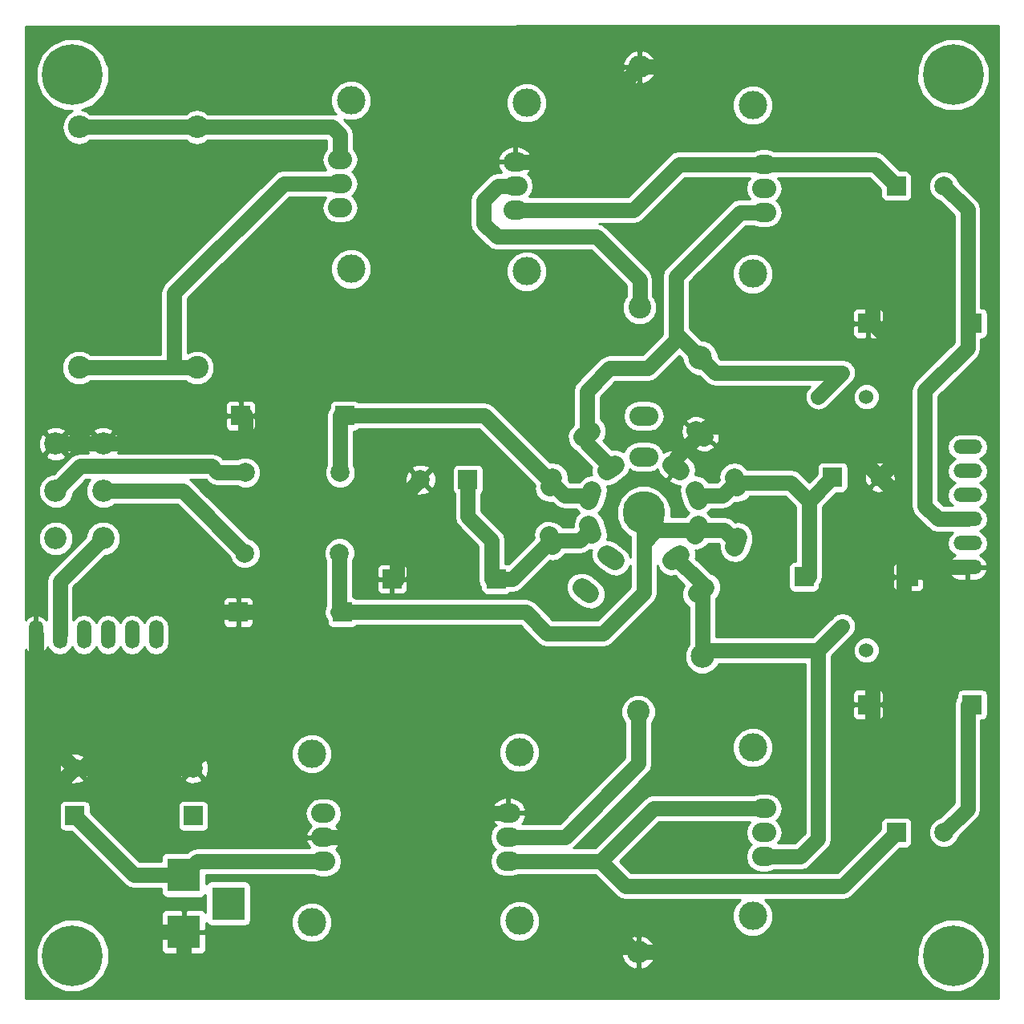
<source format=gbr>
G04 #@! TF.FileFunction,Copper,L2,Bot,Signal*
%FSLAX46Y46*%
G04 Gerber Fmt 4.6, Leading zero omitted, Abs format (unit mm)*
G04 Created by KiCad (PCBNEW 4.0.6) date 09/01/17 14:50:38*
%MOMM*%
%LPD*%
G01*
G04 APERTURE LIST*
%ADD10C,0.100000*%
%ADD11C,2.030000*%
%ADD12O,3.050000X2.030000*%
%ADD13C,4.500000*%
%ADD14O,1.510000X3.010000*%
%ADD15O,2.540000X2.032000*%
%ADD16O,3.010000X1.510000*%
%ADD17R,2.000000X2.000000*%
%ADD18C,2.000000*%
%ADD19C,1.524000*%
%ADD20R,3.500000X3.500000*%
%ADD21C,2.499360*%
%ADD22C,2.340000*%
%ADD23C,6.400000*%
%ADD24C,0.600000*%
%ADD25C,3.000000*%
%ADD26C,2.400000*%
%ADD27O,2.400000X2.400000*%
%ADD28R,1.998980X1.998980*%
%ADD29C,1.600000*%
%ADD30C,0.254000*%
G04 APERTURE END LIST*
D10*
D11*
X125804199Y-98180030D02*
X124979001Y-98779570D01*
X129232199Y-92863961D02*
X128917001Y-93834039D01*
X128866201Y-86564761D02*
X129181399Y-87534839D01*
X124852001Y-81619230D02*
X125677199Y-82218770D01*
D12*
X119295600Y-80014000D03*
D11*
X113713799Y-81644630D02*
X112888601Y-82244170D01*
X109724999Y-86564761D02*
X109409801Y-87534839D01*
X109333601Y-92711561D02*
X109648799Y-93681639D01*
X112787001Y-98180030D02*
X113612199Y-98779570D01*
D13*
X119300000Y-90250000D03*
D14*
X55118000Y-103124000D03*
X57658000Y-103124000D03*
X60198000Y-103124000D03*
X62738000Y-103124000D03*
X65278000Y-103124000D03*
X67818000Y-103124000D03*
D15*
X132000000Y-56000000D03*
X132000000Y-53460000D03*
X132000000Y-58540000D03*
X132000000Y-124000000D03*
X132000000Y-121460000D03*
X132000000Y-126540000D03*
X105750000Y-55750000D03*
X105750000Y-58290000D03*
X105750000Y-53210000D03*
X105000000Y-124500000D03*
X105000000Y-127040000D03*
X105000000Y-121960000D03*
X85500000Y-124540000D03*
X85500000Y-122000000D03*
X85500000Y-127080000D03*
X87250000Y-55500000D03*
X87250000Y-58040000D03*
X87250000Y-52960000D03*
D16*
X153500000Y-96000000D03*
X153500000Y-93460000D03*
X153500000Y-90920000D03*
X153500000Y-88380000D03*
X153500000Y-85840000D03*
X153500000Y-83300000D03*
D17*
X100750000Y-86750000D03*
D18*
X95750000Y-86750000D03*
D17*
X139250000Y-86500000D03*
D18*
X144250000Y-86500000D03*
D17*
X146000000Y-55750000D03*
D18*
X151000000Y-55750000D03*
D17*
X146000000Y-124000000D03*
D18*
X151000000Y-124000000D03*
D17*
X59250000Y-122250000D03*
D18*
X59250000Y-117250000D03*
D17*
X71750000Y-122250000D03*
D18*
X71750000Y-117250000D03*
D19*
X140290000Y-75460000D03*
X142830000Y-78000000D03*
X137750000Y-78000000D03*
X140290000Y-102210000D03*
X142830000Y-104750000D03*
X137750000Y-104750000D03*
D20*
X70750000Y-128500000D03*
X70750000Y-134500000D03*
X75450000Y-131500000D03*
D11*
X123162599Y-94700230D02*
X122337401Y-95299770D01*
X125057599Y-91584961D02*
X124742401Y-92555039D01*
X124742401Y-87934961D02*
X125057599Y-88905039D01*
X122337401Y-85190230D02*
X123162599Y-85789770D01*
D12*
X119300000Y-84350000D03*
D11*
X116252599Y-85190230D02*
X115427401Y-85789770D01*
X113847599Y-87934961D02*
X113532401Y-88905039D01*
X113532401Y-91544961D02*
X113847599Y-92515039D01*
X115427401Y-94700230D02*
X116252599Y-95299770D01*
D13*
X119300000Y-90250000D03*
D21*
X125300000Y-73900000D03*
X125500000Y-105400000D03*
D22*
X57230000Y-92964000D03*
X57230000Y-87964000D03*
X57230000Y-82964000D03*
X62230000Y-92964000D03*
X62230000Y-87964000D03*
X62230000Y-82964000D03*
D23*
X59000000Y-44000000D03*
D24*
X61400000Y-44000000D03*
X60697056Y-45697056D03*
X59000000Y-46400000D03*
X57302944Y-45697056D03*
X56600000Y-44000000D03*
X57302944Y-42302944D03*
X59000000Y-41600000D03*
X60697056Y-42302944D03*
D23*
X152000000Y-44000000D03*
D24*
X154400000Y-44000000D03*
X153697056Y-45697056D03*
X152000000Y-46400000D03*
X150302944Y-45697056D03*
X149600000Y-44000000D03*
X150302944Y-42302944D03*
X152000000Y-41600000D03*
X153697056Y-42302944D03*
D23*
X152000000Y-137000000D03*
D24*
X154400000Y-137000000D03*
X153697056Y-138697056D03*
X152000000Y-139400000D03*
X150302944Y-138697056D03*
X149600000Y-137000000D03*
X150302944Y-135302944D03*
X152000000Y-134600000D03*
X153697056Y-135302944D03*
D23*
X59000000Y-137000000D03*
D24*
X61400000Y-137000000D03*
X60697056Y-138697056D03*
X59000000Y-139400000D03*
X57302944Y-138697056D03*
X56600000Y-137000000D03*
X57302944Y-135302944D03*
X59000000Y-134600000D03*
X60697056Y-135302944D03*
D25*
X88392000Y-46716000D03*
X88392000Y-64516000D03*
X106934000Y-46970000D03*
X106934000Y-64770000D03*
X130810000Y-65024000D03*
X130810000Y-47224000D03*
X84250000Y-133500000D03*
X84250000Y-115700000D03*
X106172000Y-115550000D03*
X106172000Y-133350000D03*
X130810000Y-132842000D03*
X130810000Y-115042000D03*
D26*
X59690000Y-74930000D03*
D27*
X59690000Y-49530000D03*
D26*
X118872000Y-68580000D03*
D27*
X118872000Y-43180000D03*
D26*
X118750000Y-111250000D03*
D27*
X118750000Y-136650000D03*
D26*
X72136000Y-74930000D03*
D27*
X72136000Y-49530000D03*
D18*
X87200000Y-94500000D03*
X77200000Y-94500000D03*
X87250000Y-86000000D03*
X77250000Y-86000000D03*
D28*
X154001640Y-70250000D03*
X142998360Y-70250000D03*
X87751640Y-80000000D03*
X76748360Y-80000000D03*
X87501640Y-100750000D03*
X76498360Y-100750000D03*
X103751640Y-97250000D03*
X92748360Y-97250000D03*
X136248360Y-97000000D03*
X147251640Y-97000000D03*
X154001640Y-110500000D03*
X142998360Y-110500000D03*
D29*
X87251260Y-80000000D02*
X102517600Y-80000000D01*
X109567400Y-87049800D02*
X102517600Y-80000000D01*
X113690000Y-88420000D02*
X110937600Y-88420000D01*
X110937600Y-88420000D02*
X109567400Y-87049800D01*
X87251260Y-80000000D02*
X87251260Y-85998740D01*
X87251260Y-85998740D02*
X87250000Y-86000000D01*
X59850000Y-85344000D02*
X73660000Y-85344000D01*
X73660000Y-85344000D02*
X74316000Y-86000000D01*
X74316000Y-86000000D02*
X77250000Y-86000000D01*
X57230000Y-87964000D02*
X59850000Y-85344000D01*
X87200000Y-94500000D02*
X87200000Y-100551260D01*
X87200000Y-100551260D02*
X87001260Y-100750000D01*
X124900000Y-92070000D02*
X127795600Y-92070000D01*
X127795600Y-92070000D02*
X129074600Y-93349000D01*
X115000000Y-103000000D02*
X119300000Y-98700000D01*
X119300000Y-98700000D02*
X119300000Y-93400000D01*
X109100000Y-103000000D02*
X115000000Y-103000000D01*
X106850000Y-100750000D02*
X109100000Y-103000000D01*
X87001260Y-100750000D02*
X106850000Y-100750000D01*
X124900000Y-92070000D02*
X120630000Y-92070000D01*
X120630000Y-92070000D02*
X119300000Y-93400000D01*
X124900000Y-92070000D02*
X121120000Y-92070000D01*
X121120000Y-92070000D02*
X119300000Y-90250000D01*
X119300000Y-93400000D02*
X119300000Y-90250000D01*
X87001260Y-94501260D02*
X87000000Y-94500000D01*
X62230000Y-87964000D02*
X70664000Y-87964000D01*
X70664000Y-87964000D02*
X77200000Y-94500000D01*
X70664000Y-87964000D02*
X70464000Y-87964000D01*
X70464000Y-87964000D02*
X62230000Y-87964000D01*
X109491200Y-93196600D02*
X112523400Y-93196600D01*
X112523400Y-93196600D02*
X113690000Y-92030000D01*
X103251260Y-97250000D02*
X105437800Y-97250000D01*
X105437800Y-97250000D02*
X109491200Y-93196600D01*
X100750000Y-86750000D02*
X100750000Y-90650000D01*
X103251260Y-93151260D02*
X103251260Y-97250000D01*
X100750000Y-90650000D02*
X103251260Y-93151260D01*
X125264600Y-81919000D02*
X126061970Y-81121630D01*
X126061970Y-81121630D02*
X138871630Y-81121630D01*
X138871630Y-81121630D02*
X144250000Y-86500000D01*
X122750000Y-85490000D02*
X122750000Y-84433600D01*
X122750000Y-84433600D02*
X125264600Y-81919000D01*
X148500000Y-130000000D02*
X148500000Y-118100750D01*
X143498740Y-113099490D02*
X143498740Y-110500000D01*
X148500000Y-118100750D02*
X143498740Y-113099490D01*
X141850000Y-136650000D02*
X148500000Y-130000000D01*
X118750000Y-136650000D02*
X141850000Y-136650000D01*
X148500000Y-60500000D02*
X148500000Y-54449998D01*
X148500000Y-54449998D02*
X137230002Y-43180000D01*
X137230002Y-43180000D02*
X118872000Y-43180000D01*
X143498740Y-65501260D02*
X148500000Y-60500000D01*
X143498740Y-70250000D02*
X143498740Y-65501260D01*
X95500000Y-124500000D02*
X91250000Y-124500000D01*
X89000000Y-140500000D02*
X91250000Y-138250000D01*
X91250000Y-138250000D02*
X91250000Y-124500000D01*
X73400000Y-140500000D02*
X89000000Y-140500000D01*
X70750000Y-134500000D02*
X70750000Y-137850000D01*
X70750000Y-137850000D02*
X73400000Y-140500000D01*
X74750000Y-82964000D02*
X76884230Y-82964000D01*
X62230000Y-82964000D02*
X74750000Y-82964000D01*
X74750000Y-82964000D02*
X80161480Y-82964000D01*
X80161480Y-82964000D02*
X86448740Y-89251260D01*
X71750000Y-117250000D02*
X71750000Y-103399250D01*
X71750000Y-103399250D02*
X74399250Y-100750000D01*
X74399250Y-100750000D02*
X76998740Y-100750000D01*
X59250000Y-117250000D02*
X71750000Y-117250000D01*
X55118000Y-103124000D02*
X55118000Y-113118000D01*
X55118000Y-113118000D02*
X59250000Y-117250000D01*
X55500000Y-121000000D02*
X59250000Y-117250000D01*
X55500000Y-125000000D02*
X55500000Y-121000000D01*
X65000000Y-134500000D02*
X55500000Y-125000000D01*
X70750000Y-134500000D02*
X65000000Y-134500000D01*
X85500000Y-124540000D02*
X95460000Y-124540000D01*
X95460000Y-124540000D02*
X95500000Y-124500000D01*
X105500000Y-52960000D02*
X105750000Y-53210000D01*
X118872000Y-43180000D02*
X108842000Y-53210000D01*
X108842000Y-53210000D02*
X105750000Y-53210000D01*
X76884230Y-82964000D02*
X77248740Y-82599490D01*
X77248740Y-82599490D02*
X77248740Y-80000000D01*
X57230000Y-82964000D02*
X62230000Y-82964000D01*
X76998740Y-100750000D02*
X80150000Y-100750000D01*
X86448740Y-89251260D02*
X93248740Y-89251260D01*
X83200000Y-92500000D02*
X86448740Y-89251260D01*
X83200000Y-97700000D02*
X83200000Y-92500000D01*
X80150000Y-100750000D02*
X83200000Y-97700000D01*
X95750000Y-86750000D02*
X93248740Y-89251260D01*
X93248740Y-89251260D02*
X93248740Y-97250000D01*
X143498740Y-70250000D02*
X146300000Y-73051260D01*
X146300000Y-84450000D02*
X144250000Y-86500000D01*
X146300000Y-73051260D02*
X146300000Y-84450000D01*
X143498740Y-110500000D02*
X143498740Y-108301260D01*
X146751260Y-105048740D02*
X146751260Y-97000000D01*
X143498740Y-108301260D02*
X146751260Y-105048740D01*
X105000000Y-121960000D02*
X98040000Y-121960000D01*
X98040000Y-121960000D02*
X95500000Y-124500000D01*
X97100000Y-124500000D02*
X95500000Y-124500000D01*
X102700000Y-130100000D02*
X97100000Y-124500000D01*
X111900000Y-130100000D02*
X102700000Y-130100000D01*
X118750000Y-136950000D02*
X111900000Y-130100000D01*
X146751260Y-97000000D02*
X146751260Y-89001260D01*
X146751260Y-89001260D02*
X144250000Y-86500000D01*
X153500000Y-96000000D02*
X147751260Y-96000000D01*
X147751260Y-96000000D02*
X146751260Y-97000000D01*
X129023800Y-87049800D02*
X134797280Y-87049800D01*
X134797280Y-87049800D02*
X136748740Y-89001260D01*
X124900000Y-88420000D02*
X127653600Y-88420000D01*
X127653600Y-88420000D02*
X129023800Y-87049800D01*
X136748740Y-97000000D02*
X136748740Y-89001260D01*
X136748740Y-89001260D02*
X139250000Y-86500000D01*
X132000000Y-53460000D02*
X143710000Y-53460000D01*
X143710000Y-53460000D02*
X146000000Y-55750000D01*
X105750000Y-58290000D02*
X118210000Y-58290000D01*
X123040000Y-53460000D02*
X132000000Y-53460000D01*
X118210000Y-58290000D02*
X123040000Y-53460000D01*
X153501260Y-70250000D02*
X153501260Y-72849490D01*
X149000000Y-89525000D02*
X150395000Y-90920000D01*
X153501260Y-72849490D02*
X149000000Y-77350750D01*
X149000000Y-77350750D02*
X149000000Y-89525000D01*
X150395000Y-90920000D02*
X153500000Y-90920000D01*
X151000000Y-55750000D02*
X153501260Y-58251260D01*
X153501260Y-58251260D02*
X153501260Y-70250000D01*
X146000000Y-124000000D02*
X140300000Y-129700000D01*
X117420000Y-129700000D02*
X114760000Y-127040000D01*
X140300000Y-129700000D02*
X117420000Y-129700000D01*
X105000000Y-127040000D02*
X114760000Y-127040000D01*
X120340000Y-121460000D02*
X132000000Y-121460000D01*
X114760000Y-127040000D02*
X120340000Y-121460000D01*
X151000000Y-124000000D02*
X153501260Y-121498740D01*
X153501260Y-121498740D02*
X153501260Y-110500000D01*
X122700000Y-65300000D02*
X122700000Y-71300000D01*
X122700000Y-71300000D02*
X125300000Y-73900000D01*
X122700000Y-65300000D02*
X122700000Y-72050000D01*
X122700000Y-72050000D02*
X119750000Y-75000000D01*
X113301200Y-77401200D02*
X113301200Y-81944400D01*
X119750000Y-75000000D02*
X115700000Y-75000000D01*
X115700000Y-75000000D02*
X113300000Y-77400000D01*
X113300000Y-77400000D02*
X113301200Y-77401200D01*
X122700000Y-65300000D02*
X122700000Y-70800000D01*
X122700000Y-70800000D02*
X122700000Y-72050000D01*
X122700000Y-71300000D02*
X122700000Y-70800000D01*
X140290000Y-75460000D02*
X126860000Y-75460000D01*
X126860000Y-75460000D02*
X125300000Y-73900000D01*
X113301200Y-81944400D02*
X113301200Y-82951200D01*
X113301200Y-82951200D02*
X115840000Y-85490000D01*
X140290000Y-75460000D02*
X137750000Y-78000000D01*
X132000000Y-58540000D02*
X129460000Y-58540000D01*
X129460000Y-58540000D02*
X122700000Y-65300000D01*
X125391600Y-98479800D02*
X125391600Y-97641600D01*
X125391600Y-97641600D02*
X122750000Y-95000000D01*
X125500000Y-105400000D02*
X125500000Y-98588200D01*
X125500000Y-98588200D02*
X125391600Y-98479800D01*
X137750000Y-104750000D02*
X126150000Y-104750000D01*
X126150000Y-104750000D02*
X125500000Y-105400000D01*
X140290000Y-102210000D02*
X137750000Y-104750000D01*
X132000000Y-126540000D02*
X135860000Y-126540000D01*
X137750000Y-124650000D02*
X137750000Y-104750000D01*
X135860000Y-126540000D02*
X137750000Y-124650000D01*
X118872000Y-68580000D02*
X118872000Y-65672000D01*
X118872000Y-65672000D02*
X114300000Y-61100000D01*
X105750000Y-55750000D02*
X103950000Y-55750000D01*
X103800000Y-61100000D02*
X114300000Y-61100000D01*
X102400000Y-59700000D02*
X103800000Y-61100000D01*
X102400000Y-57300000D02*
X102400000Y-59700000D01*
X103950000Y-55750000D02*
X102400000Y-57300000D01*
X105000000Y-124500000D02*
X111000000Y-124500000D01*
X118750000Y-116750000D02*
X118750000Y-111250000D01*
X111000000Y-124500000D02*
X118750000Y-116750000D01*
X59690000Y-74930000D02*
X69596000Y-74930000D01*
X69750000Y-74776000D02*
X69596000Y-74930000D01*
X69596000Y-74930000D02*
X72136000Y-74930000D01*
X69750000Y-67050000D02*
X69750000Y-74776000D01*
X87250000Y-55500000D02*
X81300000Y-55500000D01*
X81300000Y-55500000D02*
X69750000Y-67050000D01*
X70750000Y-128500000D02*
X65500000Y-128500000D01*
X65500000Y-128500000D02*
X59250000Y-122250000D01*
X85500000Y-127080000D02*
X72170000Y-127080000D01*
X72170000Y-127080000D02*
X70750000Y-128500000D01*
X57658000Y-103124000D02*
X57658000Y-97536000D01*
X57658000Y-97536000D02*
X62230000Y-92964000D01*
X72136000Y-49530000D02*
X86436000Y-49530000D01*
X86436000Y-49530000D02*
X87250000Y-50344000D01*
X87250000Y-50344000D02*
X87250000Y-52960000D01*
X59690000Y-49530000D02*
X72136000Y-49530000D01*
D30*
G36*
X156770000Y-141530000D02*
X54050000Y-141530000D01*
X54050000Y-137759482D01*
X55164336Y-137759482D01*
X55746950Y-139169515D01*
X56824811Y-140249259D01*
X58233825Y-140834333D01*
X59759482Y-140835664D01*
X61169515Y-140253050D01*
X62249259Y-139175189D01*
X62834333Y-137766175D01*
X62834947Y-137061807D01*
X116961797Y-137061807D01*
X117255508Y-137714776D01*
X117776742Y-138205642D01*
X118338195Y-138438195D01*
X118623000Y-138321432D01*
X118623000Y-136777000D01*
X118877000Y-136777000D01*
X118877000Y-138321432D01*
X119161805Y-138438195D01*
X119723258Y-138205642D01*
X120197020Y-137759482D01*
X148164336Y-137759482D01*
X148746950Y-139169515D01*
X149824811Y-140249259D01*
X151233825Y-140834333D01*
X152759482Y-140835664D01*
X154169515Y-140253050D01*
X155249259Y-139175189D01*
X155834333Y-137766175D01*
X155835664Y-136240518D01*
X155253050Y-134830485D01*
X154175189Y-133750741D01*
X152766175Y-133165667D01*
X151240518Y-133164336D01*
X149830485Y-133746950D01*
X148750741Y-134824811D01*
X148165667Y-136233825D01*
X148164336Y-137759482D01*
X120197020Y-137759482D01*
X120244492Y-137714776D01*
X120538203Y-137061807D01*
X120421858Y-136777000D01*
X118877000Y-136777000D01*
X118623000Y-136777000D01*
X117078142Y-136777000D01*
X116961797Y-137061807D01*
X62834947Y-137061807D01*
X62835664Y-136240518D01*
X62253050Y-134830485D01*
X62208394Y-134785750D01*
X68365000Y-134785750D01*
X68365000Y-136376309D01*
X68461673Y-136609698D01*
X68640301Y-136788327D01*
X68873690Y-136885000D01*
X70464250Y-136885000D01*
X70623000Y-136726250D01*
X70623000Y-134627000D01*
X70877000Y-134627000D01*
X70877000Y-136726250D01*
X71035750Y-136885000D01*
X72626310Y-136885000D01*
X72859699Y-136788327D01*
X73038327Y-136609698D01*
X73135000Y-136376309D01*
X73135000Y-136238193D01*
X116961797Y-136238193D01*
X117078142Y-136523000D01*
X118623000Y-136523000D01*
X118623000Y-134978568D01*
X118877000Y-134978568D01*
X118877000Y-136523000D01*
X120421858Y-136523000D01*
X120538203Y-136238193D01*
X120244492Y-135585224D01*
X119723258Y-135094358D01*
X119161805Y-134861805D01*
X118877000Y-134978568D01*
X118623000Y-134978568D01*
X118338195Y-134861805D01*
X117776742Y-135094358D01*
X117255508Y-135585224D01*
X116961797Y-136238193D01*
X73135000Y-136238193D01*
X73135000Y-134785750D01*
X72976250Y-134627000D01*
X70877000Y-134627000D01*
X70623000Y-134627000D01*
X68523750Y-134627000D01*
X68365000Y-134785750D01*
X62208394Y-134785750D01*
X61175189Y-133750741D01*
X59766175Y-133165667D01*
X58240518Y-133164336D01*
X56830485Y-133746950D01*
X55750741Y-134824811D01*
X55165667Y-136233825D01*
X55164336Y-137759482D01*
X54050000Y-137759482D01*
X54050000Y-132623691D01*
X68365000Y-132623691D01*
X68365000Y-134214250D01*
X68523750Y-134373000D01*
X70623000Y-134373000D01*
X70623000Y-132273750D01*
X70464250Y-132115000D01*
X68873690Y-132115000D01*
X68640301Y-132211673D01*
X68461673Y-132390302D01*
X68365000Y-132623691D01*
X54050000Y-132623691D01*
X54050000Y-121250000D01*
X57602560Y-121250000D01*
X57602560Y-123250000D01*
X57646838Y-123485317D01*
X57785910Y-123701441D01*
X57998110Y-123846431D01*
X58250000Y-123897440D01*
X58868044Y-123897440D01*
X64485302Y-129514698D01*
X64950849Y-129825767D01*
X65500000Y-129935000D01*
X68352560Y-129935000D01*
X68352560Y-130250000D01*
X68396838Y-130485317D01*
X68535910Y-130701441D01*
X68748110Y-130846431D01*
X69000000Y-130897440D01*
X72500000Y-130897440D01*
X72735317Y-130853162D01*
X72951441Y-130714090D01*
X73052560Y-130566097D01*
X73052560Y-132424663D01*
X73038327Y-132390302D01*
X72859699Y-132211673D01*
X72626310Y-132115000D01*
X71035750Y-132115000D01*
X70877000Y-132273750D01*
X70877000Y-134373000D01*
X72976250Y-134373000D01*
X73135000Y-134214250D01*
X73135000Y-133922815D01*
X82114630Y-133922815D01*
X82438980Y-134707800D01*
X83039041Y-135308909D01*
X83823459Y-135634628D01*
X84672815Y-135635370D01*
X85457800Y-135311020D01*
X86058909Y-134710959D01*
X86384628Y-133926541D01*
X86384762Y-133772815D01*
X104036630Y-133772815D01*
X104360980Y-134557800D01*
X104961041Y-135158909D01*
X105745459Y-135484628D01*
X106594815Y-135485370D01*
X107379800Y-135161020D01*
X107980909Y-134560959D01*
X108306628Y-133776541D01*
X108307370Y-132927185D01*
X107983020Y-132142200D01*
X107382959Y-131541091D01*
X106598541Y-131215372D01*
X105749185Y-131214630D01*
X104964200Y-131538980D01*
X104363091Y-132139041D01*
X104037372Y-132923459D01*
X104036630Y-133772815D01*
X86384762Y-133772815D01*
X86385370Y-133077185D01*
X86061020Y-132292200D01*
X85460959Y-131691091D01*
X84676541Y-131365372D01*
X83827185Y-131364630D01*
X83042200Y-131688980D01*
X82441091Y-132289041D01*
X82115372Y-133073459D01*
X82114630Y-133922815D01*
X73135000Y-133922815D01*
X73135000Y-133544622D01*
X73235910Y-133701441D01*
X73448110Y-133846431D01*
X73700000Y-133897440D01*
X77200000Y-133897440D01*
X77435317Y-133853162D01*
X77651441Y-133714090D01*
X77796431Y-133501890D01*
X77847440Y-133250000D01*
X77847440Y-129750000D01*
X77803162Y-129514683D01*
X77664090Y-129298559D01*
X77451890Y-129153569D01*
X77200000Y-129102560D01*
X73700000Y-129102560D01*
X73464683Y-129146838D01*
X73248559Y-129285910D01*
X73147440Y-129433903D01*
X73147440Y-128515000D01*
X84441688Y-128515000D01*
X84576869Y-128605325D01*
X85208679Y-128731000D01*
X85791321Y-128731000D01*
X86423131Y-128605325D01*
X86958754Y-128247433D01*
X87316646Y-127711810D01*
X87442321Y-127080000D01*
X87316646Y-126448190D01*
X86958754Y-125912567D01*
X86784219Y-125795946D01*
X87011236Y-125617630D01*
X87327926Y-125054477D01*
X87359975Y-124922944D01*
X87240836Y-124667000D01*
X85627000Y-124667000D01*
X85627000Y-124687000D01*
X85373000Y-124687000D01*
X85373000Y-124667000D01*
X83759164Y-124667000D01*
X83640025Y-124922944D01*
X83672074Y-125054477D01*
X83988764Y-125617630D01*
X84023609Y-125645000D01*
X72170000Y-125645000D01*
X71620849Y-125754233D01*
X71155302Y-126065302D01*
X71118044Y-126102560D01*
X69000000Y-126102560D01*
X68764683Y-126146838D01*
X68548559Y-126285910D01*
X68403569Y-126498110D01*
X68352560Y-126750000D01*
X68352560Y-127065000D01*
X66094396Y-127065000D01*
X60897440Y-121868044D01*
X60897440Y-121250000D01*
X70102560Y-121250000D01*
X70102560Y-123250000D01*
X70146838Y-123485317D01*
X70285910Y-123701441D01*
X70498110Y-123846431D01*
X70750000Y-123897440D01*
X72750000Y-123897440D01*
X72985317Y-123853162D01*
X73201441Y-123714090D01*
X73346431Y-123501890D01*
X73397440Y-123250000D01*
X73397440Y-122000000D01*
X83557679Y-122000000D01*
X83683354Y-122631810D01*
X84041246Y-123167433D01*
X84215781Y-123284054D01*
X83988764Y-123462370D01*
X83672074Y-124025523D01*
X83640025Y-124157056D01*
X83759164Y-124413000D01*
X85373000Y-124413000D01*
X85373000Y-124393000D01*
X85627000Y-124393000D01*
X85627000Y-124413000D01*
X87240836Y-124413000D01*
X87359975Y-124157056D01*
X87327926Y-124025523D01*
X87011236Y-123462370D01*
X86784219Y-123284054D01*
X86958754Y-123167433D01*
X87316646Y-122631810D01*
X87442321Y-122000000D01*
X87358193Y-121577056D01*
X103140025Y-121577056D01*
X103259164Y-121833000D01*
X104873000Y-121833000D01*
X104873000Y-120309000D01*
X105127000Y-120309000D01*
X105127000Y-121833000D01*
X106740836Y-121833000D01*
X106859975Y-121577056D01*
X106827926Y-121445523D01*
X106511236Y-120882370D01*
X106003143Y-120483276D01*
X105381000Y-120309000D01*
X105127000Y-120309000D01*
X104873000Y-120309000D01*
X104619000Y-120309000D01*
X103996857Y-120483276D01*
X103488764Y-120882370D01*
X103172074Y-121445523D01*
X103140025Y-121577056D01*
X87358193Y-121577056D01*
X87316646Y-121368190D01*
X86958754Y-120832567D01*
X86423131Y-120474675D01*
X85791321Y-120349000D01*
X85208679Y-120349000D01*
X84576869Y-120474675D01*
X84041246Y-120832567D01*
X83683354Y-121368190D01*
X83557679Y-122000000D01*
X73397440Y-122000000D01*
X73397440Y-121250000D01*
X73353162Y-121014683D01*
X73214090Y-120798559D01*
X73001890Y-120653569D01*
X72750000Y-120602560D01*
X70750000Y-120602560D01*
X70514683Y-120646838D01*
X70298559Y-120785910D01*
X70153569Y-120998110D01*
X70102560Y-121250000D01*
X60897440Y-121250000D01*
X60853162Y-121014683D01*
X60714090Y-120798559D01*
X60501890Y-120653569D01*
X60250000Y-120602560D01*
X58250000Y-120602560D01*
X58014683Y-120646838D01*
X57798559Y-120785910D01*
X57653569Y-120998110D01*
X57602560Y-121250000D01*
X54050000Y-121250000D01*
X54050000Y-118402532D01*
X58277073Y-118402532D01*
X58375736Y-118669387D01*
X58985461Y-118895908D01*
X59635460Y-118871856D01*
X60124264Y-118669387D01*
X60222927Y-118402532D01*
X70777073Y-118402532D01*
X70875736Y-118669387D01*
X71485461Y-118895908D01*
X72135460Y-118871856D01*
X72624264Y-118669387D01*
X72722927Y-118402532D01*
X71750000Y-117429605D01*
X70777073Y-118402532D01*
X60222927Y-118402532D01*
X59250000Y-117429605D01*
X58277073Y-118402532D01*
X54050000Y-118402532D01*
X54050000Y-116985461D01*
X57604092Y-116985461D01*
X57628144Y-117635460D01*
X57830613Y-118124264D01*
X58097468Y-118222927D01*
X59070395Y-117250000D01*
X59429605Y-117250000D01*
X60402532Y-118222927D01*
X60669387Y-118124264D01*
X60895908Y-117514539D01*
X60876331Y-116985461D01*
X70104092Y-116985461D01*
X70128144Y-117635460D01*
X70330613Y-118124264D01*
X70597468Y-118222927D01*
X71570395Y-117250000D01*
X71929605Y-117250000D01*
X72902532Y-118222927D01*
X73169387Y-118124264D01*
X73395908Y-117514539D01*
X73371856Y-116864540D01*
X73169387Y-116375736D01*
X72902532Y-116277073D01*
X71929605Y-117250000D01*
X71570395Y-117250000D01*
X70597468Y-116277073D01*
X70330613Y-116375736D01*
X70104092Y-116985461D01*
X60876331Y-116985461D01*
X60871856Y-116864540D01*
X60669387Y-116375736D01*
X60402532Y-116277073D01*
X59429605Y-117250000D01*
X59070395Y-117250000D01*
X58097468Y-116277073D01*
X57830613Y-116375736D01*
X57604092Y-116985461D01*
X54050000Y-116985461D01*
X54050000Y-116097468D01*
X58277073Y-116097468D01*
X59250000Y-117070395D01*
X60222927Y-116097468D01*
X70777073Y-116097468D01*
X71750000Y-117070395D01*
X72697580Y-116122815D01*
X82114630Y-116122815D01*
X82438980Y-116907800D01*
X83039041Y-117508909D01*
X83823459Y-117834628D01*
X84672815Y-117835370D01*
X85457800Y-117511020D01*
X86058909Y-116910959D01*
X86384628Y-116126541D01*
X86384762Y-115972815D01*
X104036630Y-115972815D01*
X104360980Y-116757800D01*
X104961041Y-117358909D01*
X105745459Y-117684628D01*
X106594815Y-117685370D01*
X107379800Y-117361020D01*
X107980909Y-116760959D01*
X108306628Y-115976541D01*
X108307370Y-115127185D01*
X107983020Y-114342200D01*
X107382959Y-113741091D01*
X106598541Y-113415372D01*
X105749185Y-113414630D01*
X104964200Y-113738980D01*
X104363091Y-114339041D01*
X104037372Y-115123459D01*
X104036630Y-115972815D01*
X86384762Y-115972815D01*
X86385370Y-115277185D01*
X86061020Y-114492200D01*
X85460959Y-113891091D01*
X84676541Y-113565372D01*
X83827185Y-113564630D01*
X83042200Y-113888980D01*
X82441091Y-114489041D01*
X82115372Y-115273459D01*
X82114630Y-116122815D01*
X72697580Y-116122815D01*
X72722927Y-116097468D01*
X72624264Y-115830613D01*
X72014539Y-115604092D01*
X71364540Y-115628144D01*
X70875736Y-115830613D01*
X70777073Y-116097468D01*
X60222927Y-116097468D01*
X60124264Y-115830613D01*
X59514539Y-115604092D01*
X58864540Y-115628144D01*
X58375736Y-115830613D01*
X58277073Y-116097468D01*
X54050000Y-116097468D01*
X54050000Y-104730440D01*
X54224924Y-104946681D01*
X54703403Y-105206793D01*
X54776029Y-105221277D01*
X54991000Y-105098683D01*
X54991000Y-103251000D01*
X54971000Y-103251000D01*
X54971000Y-102997000D01*
X54991000Y-102997000D01*
X54991000Y-101149317D01*
X55245000Y-101149317D01*
X55245000Y-102997000D01*
X55265000Y-102997000D01*
X55265000Y-103251000D01*
X55245000Y-103251000D01*
X55245000Y-105098683D01*
X55459971Y-105221277D01*
X55532597Y-105206793D01*
X56011076Y-104946681D01*
X56353592Y-104523263D01*
X56375249Y-104450013D01*
X56675122Y-104898803D01*
X57126070Y-105200118D01*
X57658000Y-105305925D01*
X58189930Y-105200118D01*
X58640878Y-104898803D01*
X58928000Y-104469096D01*
X59215122Y-104898803D01*
X59666070Y-105200118D01*
X60198000Y-105305925D01*
X60729930Y-105200118D01*
X61180878Y-104898803D01*
X61468000Y-104469096D01*
X61755122Y-104898803D01*
X62206070Y-105200118D01*
X62738000Y-105305925D01*
X63269930Y-105200118D01*
X63720878Y-104898803D01*
X64008000Y-104469096D01*
X64295122Y-104898803D01*
X64746070Y-105200118D01*
X65278000Y-105305925D01*
X65809930Y-105200118D01*
X66260878Y-104898803D01*
X66548000Y-104469096D01*
X66835122Y-104898803D01*
X67286070Y-105200118D01*
X67818000Y-105305925D01*
X68349930Y-105200118D01*
X68800878Y-104898803D01*
X69102193Y-104447855D01*
X69208000Y-103915925D01*
X69208000Y-102332075D01*
X69102193Y-101800145D01*
X68800878Y-101349197D01*
X68349930Y-101047882D01*
X68288939Y-101035750D01*
X74863870Y-101035750D01*
X74863870Y-101875800D01*
X74960543Y-102109189D01*
X75139172Y-102287817D01*
X75372561Y-102384490D01*
X76212610Y-102384490D01*
X76371360Y-102225740D01*
X76371360Y-100877000D01*
X76625360Y-100877000D01*
X76625360Y-102225740D01*
X76784110Y-102384490D01*
X77624159Y-102384490D01*
X77857548Y-102287817D01*
X78036177Y-102109189D01*
X78132850Y-101875800D01*
X78132850Y-101035750D01*
X77974100Y-100877000D01*
X76625360Y-100877000D01*
X76371360Y-100877000D01*
X75022620Y-100877000D01*
X74863870Y-101035750D01*
X68288939Y-101035750D01*
X67818000Y-100942075D01*
X67286070Y-101047882D01*
X66835122Y-101349197D01*
X66548000Y-101778904D01*
X66260878Y-101349197D01*
X65809930Y-101047882D01*
X65278000Y-100942075D01*
X64746070Y-101047882D01*
X64295122Y-101349197D01*
X64008000Y-101778904D01*
X63720878Y-101349197D01*
X63269930Y-101047882D01*
X62738000Y-100942075D01*
X62206070Y-101047882D01*
X61755122Y-101349197D01*
X61468000Y-101778904D01*
X61180878Y-101349197D01*
X60729930Y-101047882D01*
X60198000Y-100942075D01*
X59666070Y-101047882D01*
X59215122Y-101349197D01*
X59093000Y-101531965D01*
X59093000Y-99624200D01*
X74863870Y-99624200D01*
X74863870Y-100464250D01*
X75022620Y-100623000D01*
X76371360Y-100623000D01*
X76371360Y-99274260D01*
X76625360Y-99274260D01*
X76625360Y-100623000D01*
X77974100Y-100623000D01*
X78132850Y-100464250D01*
X78132850Y-99624200D01*
X78036177Y-99390811D01*
X77857548Y-99212183D01*
X77624159Y-99115510D01*
X76784110Y-99115510D01*
X76625360Y-99274260D01*
X76371360Y-99274260D01*
X76212610Y-99115510D01*
X75372561Y-99115510D01*
X75139172Y-99212183D01*
X74960543Y-99390811D01*
X74863870Y-99624200D01*
X59093000Y-99624200D01*
X59093000Y-98130396D01*
X62454200Y-94769197D01*
X62587462Y-94769313D01*
X63251115Y-94495097D01*
X63759312Y-93987785D01*
X64034686Y-93324612D01*
X64035313Y-92606538D01*
X63761097Y-91942885D01*
X63253785Y-91434688D01*
X62590612Y-91159314D01*
X61872538Y-91158687D01*
X61208885Y-91432903D01*
X60700688Y-91940215D01*
X60425314Y-92603388D01*
X60425195Y-92739408D01*
X56643302Y-96521302D01*
X56332233Y-96986849D01*
X56223000Y-97536000D01*
X56223000Y-101563299D01*
X56011076Y-101301319D01*
X55532597Y-101041207D01*
X55459971Y-101026723D01*
X55245000Y-101149317D01*
X54991000Y-101149317D01*
X54776029Y-101026723D01*
X54703403Y-101041207D01*
X54224924Y-101301319D01*
X54050000Y-101517560D01*
X54050000Y-93321462D01*
X55424687Y-93321462D01*
X55698903Y-93985115D01*
X56206215Y-94493312D01*
X56869388Y-94768686D01*
X57587462Y-94769313D01*
X58251115Y-94495097D01*
X58759312Y-93987785D01*
X59034686Y-93324612D01*
X59035313Y-92606538D01*
X58761097Y-91942885D01*
X58253785Y-91434688D01*
X57590612Y-91159314D01*
X56872538Y-91158687D01*
X56208885Y-91432903D01*
X55700688Y-91940215D01*
X55425314Y-92603388D01*
X55424687Y-93321462D01*
X54050000Y-93321462D01*
X54050000Y-88321462D01*
X55424687Y-88321462D01*
X55698903Y-88985115D01*
X56206215Y-89493312D01*
X56869388Y-89768686D01*
X57587462Y-89769313D01*
X58251115Y-89495097D01*
X58759312Y-88987785D01*
X59034686Y-88324612D01*
X59034805Y-88188592D01*
X60444397Y-86779000D01*
X60862184Y-86779000D01*
X60700688Y-86940215D01*
X60425314Y-87603388D01*
X60424687Y-88321462D01*
X60698903Y-88985115D01*
X61206215Y-89493312D01*
X61869388Y-89768686D01*
X62587462Y-89769313D01*
X63251115Y-89495097D01*
X63347380Y-89399000D01*
X70069604Y-89399000D01*
X75614229Y-94943625D01*
X75813106Y-95424943D01*
X76272637Y-95885278D01*
X76873352Y-96134716D01*
X77523795Y-96135284D01*
X78124943Y-95886894D01*
X78585278Y-95427363D01*
X78834716Y-94826648D01*
X78834718Y-94823795D01*
X85564716Y-94823795D01*
X85765000Y-95308518D01*
X85765000Y-100066892D01*
X85675493Y-100200849D01*
X85566260Y-100750000D01*
X85675493Y-101299151D01*
X85854710Y-101567368D01*
X85854710Y-101749490D01*
X85898988Y-101984807D01*
X86038060Y-102200931D01*
X86250260Y-102345921D01*
X86502150Y-102396930D01*
X88501130Y-102396930D01*
X88736447Y-102352652D01*
X88952571Y-102213580D01*
X88972099Y-102185000D01*
X106255604Y-102185000D01*
X108085302Y-104014699D01*
X108550850Y-104325768D01*
X109100000Y-104435000D01*
X115000000Y-104435000D01*
X115549151Y-104325767D01*
X116014698Y-104014698D01*
X120314698Y-99714698D01*
X120625767Y-99249151D01*
X120648005Y-99137351D01*
X120735000Y-98700000D01*
X120735000Y-95788448D01*
X120968288Y-96294490D01*
X121441044Y-96731501D01*
X122045049Y-96954330D01*
X122651120Y-96930517D01*
X123597961Y-97877358D01*
X123537909Y-97942322D01*
X123315080Y-98546327D01*
X123340356Y-99189629D01*
X123609888Y-99774290D01*
X124065000Y-100194991D01*
X124065000Y-104169481D01*
X123903178Y-104331021D01*
X123615648Y-105023469D01*
X123614994Y-105773241D01*
X123901314Y-106466191D01*
X124431021Y-106996822D01*
X125123469Y-107284352D01*
X125873241Y-107285006D01*
X126566191Y-106998686D01*
X127096822Y-106468979D01*
X127214741Y-106185000D01*
X136315000Y-106185000D01*
X136315000Y-124055604D01*
X135265604Y-125105000D01*
X133500470Y-125105000D01*
X133816646Y-124631810D01*
X133942321Y-124000000D01*
X133816646Y-123368190D01*
X133458754Y-122832567D01*
X133305252Y-122730000D01*
X133458754Y-122627433D01*
X133816646Y-122091810D01*
X133942321Y-121460000D01*
X133816646Y-120828190D01*
X133458754Y-120292567D01*
X132923131Y-119934675D01*
X132291321Y-119809000D01*
X131708679Y-119809000D01*
X131076869Y-119934675D01*
X130941688Y-120025000D01*
X120340000Y-120025000D01*
X119790849Y-120134233D01*
X119469428Y-120349000D01*
X119325302Y-120445302D01*
X114165604Y-125605000D01*
X111879552Y-125605000D01*
X112014698Y-125514698D01*
X119764698Y-117764698D01*
X120075767Y-117299151D01*
X120185000Y-116750000D01*
X120185000Y-115464815D01*
X128674630Y-115464815D01*
X128998980Y-116249800D01*
X129599041Y-116850909D01*
X130383459Y-117176628D01*
X131232815Y-117177370D01*
X132017800Y-116853020D01*
X132618909Y-116252959D01*
X132944628Y-115468541D01*
X132945370Y-114619185D01*
X132621020Y-113834200D01*
X132020959Y-113233091D01*
X131236541Y-112907372D01*
X130387185Y-112906630D01*
X129602200Y-113230980D01*
X129001091Y-113831041D01*
X128675372Y-114615459D01*
X128674630Y-115464815D01*
X120185000Y-115464815D01*
X120185000Y-112410322D01*
X120304730Y-112290801D01*
X120584681Y-111616605D01*
X120585318Y-110886597D01*
X120306545Y-110211914D01*
X119790801Y-109695270D01*
X119116605Y-109415319D01*
X118386597Y-109414682D01*
X117711914Y-109693455D01*
X117195270Y-110209199D01*
X116915319Y-110883395D01*
X116914682Y-111613403D01*
X117193455Y-112288086D01*
X117315000Y-112409843D01*
X117315000Y-116155604D01*
X110405604Y-123065000D01*
X106476391Y-123065000D01*
X106511236Y-123037630D01*
X106827926Y-122474477D01*
X106859975Y-122342944D01*
X106740836Y-122087000D01*
X105127000Y-122087000D01*
X105127000Y-122107000D01*
X104873000Y-122107000D01*
X104873000Y-122087000D01*
X103259164Y-122087000D01*
X103140025Y-122342944D01*
X103172074Y-122474477D01*
X103488764Y-123037630D01*
X103715781Y-123215946D01*
X103541246Y-123332567D01*
X103183354Y-123868190D01*
X103057679Y-124500000D01*
X103183354Y-125131810D01*
X103541246Y-125667433D01*
X103694748Y-125770000D01*
X103541246Y-125872567D01*
X103183354Y-126408190D01*
X103057679Y-127040000D01*
X103183354Y-127671810D01*
X103541246Y-128207433D01*
X104076869Y-128565325D01*
X104708679Y-128691000D01*
X105291321Y-128691000D01*
X105923131Y-128565325D01*
X106058312Y-128475000D01*
X114165604Y-128475000D01*
X116405302Y-130714698D01*
X116870849Y-131025767D01*
X117420000Y-131135000D01*
X129497998Y-131135000D01*
X129001091Y-131631041D01*
X128675372Y-132415459D01*
X128674630Y-133264815D01*
X128998980Y-134049800D01*
X129599041Y-134650909D01*
X130383459Y-134976628D01*
X131232815Y-134977370D01*
X132017800Y-134653020D01*
X132618909Y-134052959D01*
X132944628Y-133268541D01*
X132945370Y-132419185D01*
X132621020Y-131634200D01*
X132122690Y-131135000D01*
X140300000Y-131135000D01*
X140849151Y-131025767D01*
X141314698Y-130714698D01*
X146381956Y-125647440D01*
X147000000Y-125647440D01*
X147235317Y-125603162D01*
X147451441Y-125464090D01*
X147596431Y-125251890D01*
X147647440Y-125000000D01*
X147647440Y-124323795D01*
X149364716Y-124323795D01*
X149613106Y-124924943D01*
X150072637Y-125385278D01*
X150673352Y-125634716D01*
X151323795Y-125635284D01*
X151924943Y-125386894D01*
X152385278Y-124927363D01*
X152586407Y-124442989D01*
X154515958Y-122513438D01*
X154625832Y-122349000D01*
X154827027Y-122047891D01*
X154936260Y-121498740D01*
X154936260Y-112146930D01*
X155001130Y-112146930D01*
X155236447Y-112102652D01*
X155452571Y-111963580D01*
X155597561Y-111751380D01*
X155648570Y-111499490D01*
X155648570Y-109500510D01*
X155604292Y-109265193D01*
X155465220Y-109049069D01*
X155253020Y-108904079D01*
X155001130Y-108853070D01*
X153002150Y-108853070D01*
X152766833Y-108897348D01*
X152550709Y-109036420D01*
X152405719Y-109248620D01*
X152354710Y-109500510D01*
X152354710Y-109682632D01*
X152175493Y-109950849D01*
X152066260Y-110500000D01*
X152066260Y-120904344D01*
X150556375Y-122414229D01*
X150075057Y-122613106D01*
X149614722Y-123072637D01*
X149365284Y-123673352D01*
X149364716Y-124323795D01*
X147647440Y-124323795D01*
X147647440Y-123000000D01*
X147603162Y-122764683D01*
X147464090Y-122548559D01*
X147251890Y-122403569D01*
X147000000Y-122352560D01*
X145000000Y-122352560D01*
X144764683Y-122396838D01*
X144548559Y-122535910D01*
X144403569Y-122748110D01*
X144352560Y-123000000D01*
X144352560Y-123618044D01*
X139705604Y-128265000D01*
X118014396Y-128265000D01*
X116789396Y-127040000D01*
X120934396Y-122895000D01*
X130499530Y-122895000D01*
X130183354Y-123368190D01*
X130057679Y-124000000D01*
X130183354Y-124631810D01*
X130541246Y-125167433D01*
X130694748Y-125270000D01*
X130541246Y-125372567D01*
X130183354Y-125908190D01*
X130057679Y-126540000D01*
X130183354Y-127171810D01*
X130541246Y-127707433D01*
X131076869Y-128065325D01*
X131708679Y-128191000D01*
X132291321Y-128191000D01*
X132923131Y-128065325D01*
X133058312Y-127975000D01*
X135860000Y-127975000D01*
X136409151Y-127865767D01*
X136874698Y-127554698D01*
X138764698Y-125664698D01*
X138857824Y-125525325D01*
X139075767Y-125199151D01*
X139185000Y-124650000D01*
X139185000Y-110785750D01*
X141363870Y-110785750D01*
X141363870Y-111625800D01*
X141460543Y-111859189D01*
X141639172Y-112037817D01*
X141872561Y-112134490D01*
X142712610Y-112134490D01*
X142871360Y-111975740D01*
X142871360Y-110627000D01*
X143125360Y-110627000D01*
X143125360Y-111975740D01*
X143284110Y-112134490D01*
X144124159Y-112134490D01*
X144357548Y-112037817D01*
X144536177Y-111859189D01*
X144632850Y-111625800D01*
X144632850Y-110785750D01*
X144474100Y-110627000D01*
X143125360Y-110627000D01*
X142871360Y-110627000D01*
X141522620Y-110627000D01*
X141363870Y-110785750D01*
X139185000Y-110785750D01*
X139185000Y-109374200D01*
X141363870Y-109374200D01*
X141363870Y-110214250D01*
X141522620Y-110373000D01*
X142871360Y-110373000D01*
X142871360Y-109024260D01*
X143125360Y-109024260D01*
X143125360Y-110373000D01*
X144474100Y-110373000D01*
X144632850Y-110214250D01*
X144632850Y-109374200D01*
X144536177Y-109140811D01*
X144357548Y-108962183D01*
X144124159Y-108865510D01*
X143284110Y-108865510D01*
X143125360Y-109024260D01*
X142871360Y-109024260D01*
X142712610Y-108865510D01*
X141872561Y-108865510D01*
X141639172Y-108962183D01*
X141460543Y-109140811D01*
X141363870Y-109374200D01*
X139185000Y-109374200D01*
X139185000Y-105344396D01*
X139502735Y-105026661D01*
X141432758Y-105026661D01*
X141644990Y-105540303D01*
X142037630Y-105933629D01*
X142550900Y-106146757D01*
X143106661Y-106147242D01*
X143620303Y-105935010D01*
X144013629Y-105542370D01*
X144226757Y-105029100D01*
X144227242Y-104473339D01*
X144015010Y-103959697D01*
X143622370Y-103566371D01*
X143109100Y-103353243D01*
X142553339Y-103352758D01*
X142039697Y-103564990D01*
X141646371Y-103957630D01*
X141433243Y-104470900D01*
X141432758Y-105026661D01*
X139502735Y-105026661D01*
X141304698Y-103224699D01*
X141412439Y-103063454D01*
X141473629Y-103002370D01*
X141507078Y-102921816D01*
X141615767Y-102759151D01*
X141653600Y-102568952D01*
X141686757Y-102489100D01*
X141686833Y-102401874D01*
X141724999Y-102210000D01*
X141687167Y-102019802D01*
X141687242Y-101933339D01*
X141653933Y-101852725D01*
X141615767Y-101660850D01*
X141508028Y-101499607D01*
X141475010Y-101419697D01*
X141413386Y-101357966D01*
X141304698Y-101195302D01*
X141143456Y-101087563D01*
X141082370Y-101026371D01*
X141001813Y-100992921D01*
X140839150Y-100884233D01*
X140648953Y-100846401D01*
X140569100Y-100813243D01*
X140481874Y-100813167D01*
X140290000Y-100775001D01*
X140099802Y-100812833D01*
X140013339Y-100812758D01*
X139932726Y-100846067D01*
X139740849Y-100884233D01*
X139579605Y-100991973D01*
X139499697Y-101024990D01*
X139437968Y-101086612D01*
X139275301Y-101195302D01*
X137155604Y-103315000D01*
X126935000Y-103315000D01*
X126935000Y-99352949D01*
X127245291Y-99017278D01*
X127468120Y-98413272D01*
X127442845Y-97769971D01*
X127173312Y-97185310D01*
X126700556Y-96748299D01*
X126417685Y-96643943D01*
X126406299Y-96626902D01*
X124795891Y-95016495D01*
X124826520Y-94933472D01*
X124801245Y-94290171D01*
X124773557Y-94230111D01*
X124858784Y-94240198D01*
X125478410Y-94065445D01*
X125983995Y-93666874D01*
X126074649Y-93505000D01*
X127201204Y-93505000D01*
X127305676Y-93609472D01*
X127259012Y-94003744D01*
X127433765Y-94623370D01*
X127832336Y-95128955D01*
X128394048Y-95443529D01*
X129033384Y-95519198D01*
X129653010Y-95344445D01*
X130158595Y-94945874D01*
X130473169Y-94384162D01*
X130814519Y-93333592D01*
X130890188Y-92694256D01*
X130715435Y-92074630D01*
X130316863Y-91569045D01*
X129755152Y-91254472D01*
X129115816Y-91178802D01*
X128973840Y-91218844D01*
X128810298Y-91055302D01*
X128719807Y-90994838D01*
X128344751Y-90744233D01*
X127795600Y-90635000D01*
X126414204Y-90635000D01*
X126142263Y-90290045D01*
X126061829Y-90245000D01*
X126142263Y-90199955D01*
X126414204Y-89855000D01*
X127653600Y-89855000D01*
X128202751Y-89745767D01*
X128668298Y-89434698D01*
X128923040Y-89179956D01*
X129065016Y-89219998D01*
X129704352Y-89144328D01*
X130266063Y-88829755D01*
X130538004Y-88484800D01*
X134202884Y-88484800D01*
X135313740Y-89595656D01*
X135313740Y-95353070D01*
X135248870Y-95353070D01*
X135013553Y-95397348D01*
X134797429Y-95536420D01*
X134652439Y-95748620D01*
X134601430Y-96000510D01*
X134601430Y-97999490D01*
X134645708Y-98234807D01*
X134784780Y-98450931D01*
X134996980Y-98595921D01*
X135248870Y-98646930D01*
X137247850Y-98646930D01*
X137483167Y-98602652D01*
X137699291Y-98463580D01*
X137844281Y-98251380D01*
X137895290Y-97999490D01*
X137895290Y-97817368D01*
X138074507Y-97549151D01*
X138126900Y-97285750D01*
X145617150Y-97285750D01*
X145617150Y-98125800D01*
X145713823Y-98359189D01*
X145892452Y-98537817D01*
X146125841Y-98634490D01*
X146965890Y-98634490D01*
X147124640Y-98475740D01*
X147124640Y-97127000D01*
X147378640Y-97127000D01*
X147378640Y-98475740D01*
X147537390Y-98634490D01*
X148377439Y-98634490D01*
X148610828Y-98537817D01*
X148789457Y-98359189D01*
X148886130Y-98125800D01*
X148886130Y-97285750D01*
X148727380Y-97127000D01*
X147378640Y-97127000D01*
X147124640Y-97127000D01*
X145775900Y-97127000D01*
X145617150Y-97285750D01*
X138126900Y-97285750D01*
X138183740Y-97000000D01*
X138183740Y-95874200D01*
X145617150Y-95874200D01*
X145617150Y-96714250D01*
X145775900Y-96873000D01*
X147124640Y-96873000D01*
X147124640Y-95524260D01*
X147378640Y-95524260D01*
X147378640Y-96873000D01*
X148727380Y-96873000D01*
X148886130Y-96714250D01*
X148886130Y-96341971D01*
X151402723Y-96341971D01*
X151417207Y-96414597D01*
X151677319Y-96893076D01*
X152100737Y-97235592D01*
X152623000Y-97390000D01*
X153373000Y-97390000D01*
X153373000Y-96127000D01*
X153627000Y-96127000D01*
X153627000Y-97390000D01*
X154377000Y-97390000D01*
X154899263Y-97235592D01*
X155322681Y-96893076D01*
X155582793Y-96414597D01*
X155597277Y-96341971D01*
X155474683Y-96127000D01*
X153627000Y-96127000D01*
X153373000Y-96127000D01*
X151525317Y-96127000D01*
X151402723Y-96341971D01*
X148886130Y-96341971D01*
X148886130Y-95874200D01*
X148789457Y-95640811D01*
X148610828Y-95462183D01*
X148377439Y-95365510D01*
X147537390Y-95365510D01*
X147378640Y-95524260D01*
X147124640Y-95524260D01*
X146965890Y-95365510D01*
X146125841Y-95365510D01*
X145892452Y-95462183D01*
X145713823Y-95640811D01*
X145617150Y-95874200D01*
X138183740Y-95874200D01*
X138183740Y-89595656D01*
X139631956Y-88147440D01*
X140250000Y-88147440D01*
X140485317Y-88103162D01*
X140701441Y-87964090D01*
X140846431Y-87751890D01*
X140866551Y-87652532D01*
X143277073Y-87652532D01*
X143375736Y-87919387D01*
X143985461Y-88145908D01*
X144635460Y-88121856D01*
X145124264Y-87919387D01*
X145222927Y-87652532D01*
X144250000Y-86679605D01*
X143277073Y-87652532D01*
X140866551Y-87652532D01*
X140897440Y-87500000D01*
X140897440Y-86235461D01*
X142604092Y-86235461D01*
X142628144Y-86885460D01*
X142830613Y-87374264D01*
X143097468Y-87472927D01*
X144070395Y-86500000D01*
X144429605Y-86500000D01*
X145402532Y-87472927D01*
X145669387Y-87374264D01*
X145895908Y-86764539D01*
X145871856Y-86114540D01*
X145669387Y-85625736D01*
X145402532Y-85527073D01*
X144429605Y-86500000D01*
X144070395Y-86500000D01*
X143097468Y-85527073D01*
X142830613Y-85625736D01*
X142604092Y-86235461D01*
X140897440Y-86235461D01*
X140897440Y-85500000D01*
X140868740Y-85347468D01*
X143277073Y-85347468D01*
X144250000Y-86320395D01*
X145222927Y-85347468D01*
X145124264Y-85080613D01*
X144514539Y-84854092D01*
X143864540Y-84878144D01*
X143375736Y-85080613D01*
X143277073Y-85347468D01*
X140868740Y-85347468D01*
X140853162Y-85264683D01*
X140714090Y-85048559D01*
X140501890Y-84903569D01*
X140250000Y-84852560D01*
X138250000Y-84852560D01*
X138014683Y-84896838D01*
X137798559Y-85035910D01*
X137653569Y-85248110D01*
X137602560Y-85500000D01*
X137602560Y-86118044D01*
X136748740Y-86971864D01*
X135811978Y-86035102D01*
X135781353Y-86014639D01*
X135346431Y-85724033D01*
X134797280Y-85614800D01*
X130198449Y-85614800D01*
X130107795Y-85452926D01*
X129602210Y-85054355D01*
X128982584Y-84879602D01*
X128343248Y-84955271D01*
X127781536Y-85269845D01*
X127382965Y-85775430D01*
X127208212Y-86395056D01*
X127254876Y-86789327D01*
X127059204Y-86985000D01*
X126074649Y-86985000D01*
X125983995Y-86823126D01*
X125478410Y-86424555D01*
X124858784Y-86249802D01*
X124741414Y-86263693D01*
X124812151Y-85657090D01*
X124635812Y-85035933D01*
X124235189Y-84529541D01*
X123822591Y-84229771D01*
X122927394Y-85461904D01*
X122943574Y-85473659D01*
X122794277Y-85679150D01*
X122778096Y-85667394D01*
X121882899Y-86899527D01*
X122295498Y-87199297D01*
X122900905Y-87423828D01*
X123183701Y-87413204D01*
X123084412Y-87765256D01*
X123160081Y-88404592D01*
X123501431Y-89455161D01*
X123816005Y-90016873D01*
X124105382Y-90245000D01*
X123816005Y-90473127D01*
X123725352Y-90635000D01*
X122184665Y-90635000D01*
X122185499Y-89678656D01*
X121747210Y-88617914D01*
X120936355Y-87805643D01*
X119876380Y-87365502D01*
X118728656Y-87364501D01*
X117667914Y-87802790D01*
X116855643Y-88613645D01*
X116415502Y-89673620D01*
X116414501Y-90821344D01*
X116852790Y-91882086D01*
X117663645Y-92694357D01*
X117865000Y-92777967D01*
X117865000Y-94926877D01*
X117693691Y-94462522D01*
X117256680Y-93989766D01*
X116363012Y-93340478D01*
X115778351Y-93070946D01*
X115400851Y-93056114D01*
X115505588Y-92684744D01*
X115429919Y-92045408D01*
X115088569Y-90994838D01*
X114773995Y-90433126D01*
X114509988Y-90225000D01*
X114773995Y-90016874D01*
X115088569Y-89455162D01*
X115429919Y-88404592D01*
X115505588Y-87765256D01*
X115412008Y-87433448D01*
X115778351Y-87419054D01*
X116363012Y-87149522D01*
X117256680Y-86500234D01*
X117693691Y-86027478D01*
X117822561Y-85678161D01*
X118116255Y-85874401D01*
X118747683Y-86000000D01*
X119852317Y-86000000D01*
X120483745Y-85874401D01*
X120786905Y-85671836D01*
X120864188Y-85944067D01*
X121264811Y-86450459D01*
X121677409Y-86750229D01*
X122572606Y-85518096D01*
X122556426Y-85506341D01*
X122705723Y-85300850D01*
X122721904Y-85312606D01*
X123617101Y-84080473D01*
X123204502Y-83780703D01*
X122599095Y-83556172D01*
X121953848Y-83580412D01*
X121399811Y-83834670D01*
X121376718Y-83718572D01*
X121116099Y-83328527D01*
X124397499Y-83328527D01*
X124810098Y-83628297D01*
X125415505Y-83852828D01*
X126060752Y-83828588D01*
X126647606Y-83559269D01*
X126750661Y-83471838D01*
X126804613Y-83194866D01*
X125292696Y-82096394D01*
X124397499Y-83328527D01*
X121116099Y-83328527D01*
X121019043Y-83183274D01*
X120483745Y-82825599D01*
X119852317Y-82700000D01*
X118747683Y-82700000D01*
X118116255Y-82825599D01*
X117580957Y-83183274D01*
X117223282Y-83718572D01*
X117205030Y-83810333D01*
X117148956Y-83758499D01*
X116544951Y-83535670D01*
X115938879Y-83559482D01*
X115013851Y-82634455D01*
X115154891Y-82481878D01*
X115377720Y-81877872D01*
X115372772Y-81751910D01*
X123202449Y-81751910D01*
X123378788Y-82373067D01*
X123779411Y-82879459D01*
X124192009Y-83179229D01*
X125087206Y-81947096D01*
X125009865Y-81890904D01*
X125441994Y-81890904D01*
X126953911Y-82989375D01*
X127200655Y-82852474D01*
X127251961Y-82727446D01*
X127326751Y-82086090D01*
X127150412Y-81464933D01*
X126749789Y-80958541D01*
X126337191Y-80658771D01*
X125441994Y-81890904D01*
X125009865Y-81890904D01*
X123575289Y-80848625D01*
X123328545Y-80985526D01*
X123277239Y-81110554D01*
X123202449Y-81751910D01*
X115372772Y-81751910D01*
X115352445Y-81234571D01*
X115082912Y-80649910D01*
X114736200Y-80329413D01*
X114736200Y-80014000D01*
X117093283Y-80014000D01*
X117218882Y-80645428D01*
X117576557Y-81180726D01*
X118111855Y-81538401D01*
X118743283Y-81664000D01*
X119847917Y-81664000D01*
X120479345Y-81538401D01*
X121014643Y-81180726D01*
X121372318Y-80645428D01*
X121372774Y-80643134D01*
X123724587Y-80643134D01*
X125236504Y-81741606D01*
X126131701Y-80509473D01*
X125719102Y-80209703D01*
X125113695Y-79985172D01*
X124468448Y-80009412D01*
X123881594Y-80278731D01*
X123778539Y-80366162D01*
X123724587Y-80643134D01*
X121372774Y-80643134D01*
X121497917Y-80014000D01*
X121372318Y-79382572D01*
X121014643Y-78847274D01*
X120479345Y-78489599D01*
X119847917Y-78364000D01*
X118743283Y-78364000D01*
X118111855Y-78489599D01*
X117576557Y-78847274D01*
X117218882Y-79382572D01*
X117093283Y-80014000D01*
X114736200Y-80014000D01*
X114736200Y-77993196D01*
X116294397Y-76435000D01*
X119750000Y-76435000D01*
X120299151Y-76325767D01*
X120764698Y-76014698D01*
X123075000Y-73704396D01*
X123415193Y-74044589D01*
X123414994Y-74273241D01*
X123701314Y-74966191D01*
X124231021Y-75496822D01*
X124923469Y-75784352D01*
X125155158Y-75784554D01*
X125845302Y-76474698D01*
X126310849Y-76785767D01*
X126860000Y-76895000D01*
X136825604Y-76895000D01*
X136735302Y-76985302D01*
X136627563Y-77146544D01*
X136566371Y-77207630D01*
X136532921Y-77288187D01*
X136424233Y-77450850D01*
X136386400Y-77641049D01*
X136353243Y-77720900D01*
X136353167Y-77808123D01*
X136315000Y-78000000D01*
X136352833Y-78190201D01*
X136352758Y-78276661D01*
X136386066Y-78357273D01*
X136424233Y-78549150D01*
X136531972Y-78710393D01*
X136564990Y-78790303D01*
X136626614Y-78852034D01*
X136735302Y-79014698D01*
X136896544Y-79122437D01*
X136957630Y-79183629D01*
X137038187Y-79217079D01*
X137200850Y-79325767D01*
X137391049Y-79363600D01*
X137470900Y-79396757D01*
X137558123Y-79396833D01*
X137750000Y-79435000D01*
X137940201Y-79397167D01*
X138026661Y-79397242D01*
X138107273Y-79363934D01*
X138299150Y-79325767D01*
X138460393Y-79218028D01*
X138540303Y-79185010D01*
X138602034Y-79123386D01*
X138764698Y-79014698D01*
X139502735Y-78276661D01*
X141432758Y-78276661D01*
X141644990Y-78790303D01*
X142037630Y-79183629D01*
X142550900Y-79396757D01*
X143106661Y-79397242D01*
X143620303Y-79185010D01*
X144013629Y-78792370D01*
X144226757Y-78279100D01*
X144227242Y-77723339D01*
X144073292Y-77350750D01*
X147565000Y-77350750D01*
X147565000Y-89525000D01*
X147674233Y-90074151D01*
X147692073Y-90100850D01*
X147985302Y-90539698D01*
X149380302Y-91934698D01*
X149845849Y-92245767D01*
X150395000Y-92355000D01*
X151907965Y-92355000D01*
X151725197Y-92477122D01*
X151423882Y-92928070D01*
X151318075Y-93460000D01*
X151423882Y-93991930D01*
X151725197Y-94442878D01*
X152173987Y-94742751D01*
X152100737Y-94764408D01*
X151677319Y-95106924D01*
X151417207Y-95585403D01*
X151402723Y-95658029D01*
X151525317Y-95873000D01*
X153373000Y-95873000D01*
X153373000Y-95853000D01*
X153627000Y-95853000D01*
X153627000Y-95873000D01*
X155474683Y-95873000D01*
X155597277Y-95658029D01*
X155582793Y-95585403D01*
X155322681Y-95106924D01*
X154899263Y-94764408D01*
X154826013Y-94742751D01*
X155274803Y-94442878D01*
X155576118Y-93991930D01*
X155681925Y-93460000D01*
X155576118Y-92928070D01*
X155274803Y-92477122D01*
X154845096Y-92190000D01*
X155274803Y-91902878D01*
X155576118Y-91451930D01*
X155681925Y-90920000D01*
X155576118Y-90388070D01*
X155274803Y-89937122D01*
X154845096Y-89650000D01*
X155274803Y-89362878D01*
X155576118Y-88911930D01*
X155681925Y-88380000D01*
X155576118Y-87848070D01*
X155274803Y-87397122D01*
X154845096Y-87110000D01*
X155274803Y-86822878D01*
X155576118Y-86371930D01*
X155681925Y-85840000D01*
X155576118Y-85308070D01*
X155274803Y-84857122D01*
X154845096Y-84570000D01*
X155274803Y-84282878D01*
X155576118Y-83831930D01*
X155681925Y-83300000D01*
X155576118Y-82768070D01*
X155274803Y-82317122D01*
X154823855Y-82015807D01*
X154291925Y-81910000D01*
X152708075Y-81910000D01*
X152176145Y-82015807D01*
X151725197Y-82317122D01*
X151423882Y-82768070D01*
X151318075Y-83300000D01*
X151423882Y-83831930D01*
X151725197Y-84282878D01*
X152154904Y-84570000D01*
X151725197Y-84857122D01*
X151423882Y-85308070D01*
X151318075Y-85840000D01*
X151423882Y-86371930D01*
X151725197Y-86822878D01*
X152154904Y-87110000D01*
X151725197Y-87397122D01*
X151423882Y-87848070D01*
X151318075Y-88380000D01*
X151423882Y-88911930D01*
X151725197Y-89362878D01*
X151907965Y-89485000D01*
X150989396Y-89485000D01*
X150435000Y-88930604D01*
X150435000Y-77945146D01*
X154515958Y-73864188D01*
X154642882Y-73674233D01*
X154827027Y-73398641D01*
X154936260Y-72849490D01*
X154936260Y-71896930D01*
X155001130Y-71896930D01*
X155236447Y-71852652D01*
X155452571Y-71713580D01*
X155597561Y-71501380D01*
X155648570Y-71249490D01*
X155648570Y-69250510D01*
X155604292Y-69015193D01*
X155465220Y-68799069D01*
X155253020Y-68654079D01*
X155001130Y-68603070D01*
X154936260Y-68603070D01*
X154936260Y-58251260D01*
X154827027Y-57702109D01*
X154515958Y-57236562D01*
X152585771Y-55306375D01*
X152386894Y-54825057D01*
X151927363Y-54364722D01*
X151326648Y-54115284D01*
X150676205Y-54114716D01*
X150075057Y-54363106D01*
X149614722Y-54822637D01*
X149365284Y-55423352D01*
X149364716Y-56073795D01*
X149613106Y-56674943D01*
X150072637Y-57135278D01*
X150557011Y-57336407D01*
X152066260Y-58845656D01*
X152066260Y-72255094D01*
X147985302Y-76336052D01*
X147674233Y-76801599D01*
X147565000Y-77350750D01*
X144073292Y-77350750D01*
X144015010Y-77209697D01*
X143622370Y-76816371D01*
X143109100Y-76603243D01*
X142553339Y-76602758D01*
X142039697Y-76814990D01*
X141646371Y-77207630D01*
X141433243Y-77720900D01*
X141432758Y-78276661D01*
X139502735Y-78276661D01*
X141304698Y-76474699D01*
X141412439Y-76313454D01*
X141473629Y-76252370D01*
X141507078Y-76171816D01*
X141615767Y-76009151D01*
X141624549Y-75965000D01*
X141653600Y-75818950D01*
X141686757Y-75739100D01*
X141686833Y-75651878D01*
X141725000Y-75460000D01*
X141687167Y-75269799D01*
X141687242Y-75183339D01*
X141653934Y-75102727D01*
X141615767Y-74910849D01*
X141508028Y-74749606D01*
X141475010Y-74669697D01*
X141413387Y-74607966D01*
X141304698Y-74445302D01*
X141143455Y-74337563D01*
X141082370Y-74276371D01*
X141001815Y-74242922D01*
X140839151Y-74134233D01*
X140648950Y-74096400D01*
X140569100Y-74063243D01*
X140481878Y-74063167D01*
X140290000Y-74025000D01*
X127454396Y-74025000D01*
X127184807Y-73755411D01*
X127185006Y-73526759D01*
X126898686Y-72833809D01*
X126368979Y-72303178D01*
X125676531Y-72015648D01*
X125444842Y-72015446D01*
X124135000Y-70705604D01*
X124135000Y-70535750D01*
X141363870Y-70535750D01*
X141363870Y-71375800D01*
X141460543Y-71609189D01*
X141639172Y-71787817D01*
X141872561Y-71884490D01*
X142712610Y-71884490D01*
X142871360Y-71725740D01*
X142871360Y-70377000D01*
X143125360Y-70377000D01*
X143125360Y-71725740D01*
X143284110Y-71884490D01*
X144124159Y-71884490D01*
X144357548Y-71787817D01*
X144536177Y-71609189D01*
X144632850Y-71375800D01*
X144632850Y-70535750D01*
X144474100Y-70377000D01*
X143125360Y-70377000D01*
X142871360Y-70377000D01*
X141522620Y-70377000D01*
X141363870Y-70535750D01*
X124135000Y-70535750D01*
X124135000Y-69124200D01*
X141363870Y-69124200D01*
X141363870Y-69964250D01*
X141522620Y-70123000D01*
X142871360Y-70123000D01*
X142871360Y-68774260D01*
X143125360Y-68774260D01*
X143125360Y-70123000D01*
X144474100Y-70123000D01*
X144632850Y-69964250D01*
X144632850Y-69124200D01*
X144536177Y-68890811D01*
X144357548Y-68712183D01*
X144124159Y-68615510D01*
X143284110Y-68615510D01*
X143125360Y-68774260D01*
X142871360Y-68774260D01*
X142712610Y-68615510D01*
X141872561Y-68615510D01*
X141639172Y-68712183D01*
X141460543Y-68890811D01*
X141363870Y-69124200D01*
X124135000Y-69124200D01*
X124135000Y-65894396D01*
X124582581Y-65446815D01*
X128674630Y-65446815D01*
X128998980Y-66231800D01*
X129599041Y-66832909D01*
X130383459Y-67158628D01*
X131232815Y-67159370D01*
X132017800Y-66835020D01*
X132618909Y-66234959D01*
X132944628Y-65450541D01*
X132945370Y-64601185D01*
X132621020Y-63816200D01*
X132020959Y-63215091D01*
X131236541Y-62889372D01*
X130387185Y-62888630D01*
X129602200Y-63212980D01*
X129001091Y-63813041D01*
X128675372Y-64597459D01*
X128674630Y-65446815D01*
X124582581Y-65446815D01*
X130054396Y-59975000D01*
X130941688Y-59975000D01*
X131076869Y-60065325D01*
X131708679Y-60191000D01*
X132291321Y-60191000D01*
X132923131Y-60065325D01*
X133458754Y-59707433D01*
X133816646Y-59171810D01*
X133942321Y-58540000D01*
X133816646Y-57908190D01*
X133458754Y-57372567D01*
X133305252Y-57270000D01*
X133458754Y-57167433D01*
X133816646Y-56631810D01*
X133942321Y-56000000D01*
X133816646Y-55368190D01*
X133500470Y-54895000D01*
X143115604Y-54895000D01*
X144352560Y-56131956D01*
X144352560Y-56750000D01*
X144396838Y-56985317D01*
X144535910Y-57201441D01*
X144748110Y-57346431D01*
X145000000Y-57397440D01*
X147000000Y-57397440D01*
X147235317Y-57353162D01*
X147451441Y-57214090D01*
X147596431Y-57001890D01*
X147647440Y-56750000D01*
X147647440Y-54750000D01*
X147603162Y-54514683D01*
X147464090Y-54298559D01*
X147251890Y-54153569D01*
X147000000Y-54102560D01*
X146381956Y-54102560D01*
X144724697Y-52445301D01*
X144259151Y-52134233D01*
X143710000Y-52025000D01*
X133058312Y-52025000D01*
X132923131Y-51934675D01*
X132291321Y-51809000D01*
X131708679Y-51809000D01*
X131076869Y-51934675D01*
X130941688Y-52025000D01*
X123040000Y-52025000D01*
X122490850Y-52134232D01*
X122025302Y-52445301D01*
X117615604Y-56855000D01*
X107250470Y-56855000D01*
X107566646Y-56381810D01*
X107692321Y-55750000D01*
X107566646Y-55118190D01*
X107208754Y-54582567D01*
X107034219Y-54465946D01*
X107261236Y-54287630D01*
X107577926Y-53724477D01*
X107609975Y-53592944D01*
X107490836Y-53337000D01*
X105877000Y-53337000D01*
X105877000Y-53357000D01*
X105623000Y-53357000D01*
X105623000Y-53337000D01*
X104009164Y-53337000D01*
X103890025Y-53592944D01*
X103922074Y-53724477D01*
X104238764Y-54287630D01*
X104273609Y-54315000D01*
X103950000Y-54315000D01*
X103400849Y-54424233D01*
X103163886Y-54582567D01*
X102935302Y-54735302D01*
X101385302Y-56285302D01*
X101074233Y-56750849D01*
X100965000Y-57300000D01*
X100965000Y-59700000D01*
X101074233Y-60249151D01*
X101275822Y-60550850D01*
X101385302Y-60714698D01*
X102785302Y-62114698D01*
X103250849Y-62425767D01*
X103800000Y-62535000D01*
X113705604Y-62535000D01*
X117437000Y-66266397D01*
X117437000Y-67419678D01*
X117317270Y-67539199D01*
X117037319Y-68213395D01*
X117036682Y-68943403D01*
X117315455Y-69618086D01*
X117831199Y-70134730D01*
X118505395Y-70414681D01*
X119235403Y-70415318D01*
X119910086Y-70136545D01*
X120426730Y-69620801D01*
X120706681Y-68946605D01*
X120707318Y-68216597D01*
X120428545Y-67541914D01*
X120307000Y-67420157D01*
X120307000Y-65672000D01*
X120197767Y-65122849D01*
X120077289Y-64942541D01*
X119886698Y-64657301D01*
X115314698Y-60085302D01*
X115284800Y-60065325D01*
X114849151Y-59774233D01*
X114601640Y-59725000D01*
X118210000Y-59725000D01*
X118759151Y-59615767D01*
X119224698Y-59304698D01*
X123634397Y-54895000D01*
X130499530Y-54895000D01*
X130183354Y-55368190D01*
X130057679Y-56000000D01*
X130183354Y-56631810D01*
X130499530Y-57105000D01*
X129460000Y-57105000D01*
X128910849Y-57214233D01*
X128445302Y-57525302D01*
X121685302Y-64285302D01*
X121374233Y-64750849D01*
X121265000Y-65300000D01*
X121265000Y-71455604D01*
X119155604Y-73565000D01*
X115700000Y-73565000D01*
X115150850Y-73674232D01*
X114685302Y-73985301D01*
X112285302Y-76385302D01*
X111974233Y-76850850D01*
X111865000Y-77400000D01*
X111866200Y-77406033D01*
X111866200Y-80953984D01*
X111447509Y-81406922D01*
X111224680Y-82010927D01*
X111249956Y-82654229D01*
X111519488Y-83238890D01*
X111992244Y-83675901D01*
X112125606Y-83725101D01*
X112208882Y-83849731D01*
X112286502Y-83965898D01*
X113794108Y-85473505D01*
X113763480Y-85556527D01*
X113788756Y-86199829D01*
X113816444Y-86259889D01*
X113731216Y-86249802D01*
X113111590Y-86424555D01*
X112606005Y-86823127D01*
X112515352Y-86985000D01*
X111531997Y-86985000D01*
X111336324Y-86789327D01*
X111382988Y-86395056D01*
X111208235Y-85775430D01*
X110809663Y-85269845D01*
X110247952Y-84955272D01*
X109608616Y-84879602D01*
X109466640Y-84919644D01*
X103532298Y-78985302D01*
X103366022Y-78874200D01*
X103066751Y-78674233D01*
X102517600Y-78565000D01*
X89225471Y-78565000D01*
X89215220Y-78549069D01*
X89003020Y-78404079D01*
X88751130Y-78353070D01*
X86752150Y-78353070D01*
X86516833Y-78397348D01*
X86300709Y-78536420D01*
X86155719Y-78748620D01*
X86104710Y-79000510D01*
X86104710Y-79182632D01*
X85925493Y-79450849D01*
X85816260Y-80000000D01*
X85816260Y-85189347D01*
X85615284Y-85673352D01*
X85614716Y-86323795D01*
X85863106Y-86924943D01*
X86322637Y-87385278D01*
X86923352Y-87634716D01*
X87573795Y-87635284D01*
X88174943Y-87386894D01*
X88635278Y-86927363D01*
X88818771Y-86485461D01*
X94104092Y-86485461D01*
X94128144Y-87135460D01*
X94330613Y-87624264D01*
X94597468Y-87722927D01*
X95570395Y-86750000D01*
X95929605Y-86750000D01*
X96902532Y-87722927D01*
X97169387Y-87624264D01*
X97395908Y-87014539D01*
X97371856Y-86364540D01*
X97169387Y-85875736D01*
X96902532Y-85777073D01*
X95929605Y-86750000D01*
X95570395Y-86750000D01*
X94597468Y-85777073D01*
X94330613Y-85875736D01*
X94104092Y-86485461D01*
X88818771Y-86485461D01*
X88884716Y-86326648D01*
X88885284Y-85676205D01*
X88852751Y-85597468D01*
X94777073Y-85597468D01*
X95750000Y-86570395D01*
X96722927Y-85597468D01*
X96624264Y-85330613D01*
X96014539Y-85104092D01*
X95364540Y-85128144D01*
X94875736Y-85330613D01*
X94777073Y-85597468D01*
X88852751Y-85597468D01*
X88686260Y-85194532D01*
X88686260Y-81646930D01*
X88751130Y-81646930D01*
X88986447Y-81602652D01*
X89202571Y-81463580D01*
X89222099Y-81435000D01*
X101923204Y-81435000D01*
X107798476Y-87310272D01*
X107751812Y-87704544D01*
X107926565Y-88324170D01*
X108325136Y-88829755D01*
X108886848Y-89144329D01*
X109526184Y-89219998D01*
X109668160Y-89179957D01*
X109922901Y-89434698D01*
X110321226Y-89700850D01*
X110388449Y-89745767D01*
X110937600Y-89855000D01*
X112175795Y-89855000D01*
X112447736Y-90199955D01*
X112492457Y-90225000D01*
X112447736Y-90250045D01*
X112049165Y-90755630D01*
X111874412Y-91375256D01*
X111920138Y-91761600D01*
X110665849Y-91761600D01*
X110575195Y-91599726D01*
X110069610Y-91201155D01*
X109449984Y-91026402D01*
X108810648Y-91102071D01*
X108248936Y-91416645D01*
X107850365Y-91922230D01*
X107675612Y-92541856D01*
X107722276Y-92936128D01*
X105003795Y-95654609D01*
X105003020Y-95654079D01*
X104751130Y-95603070D01*
X104686260Y-95603070D01*
X104686260Y-93151260D01*
X104577027Y-92602109D01*
X104265958Y-92136562D01*
X102185000Y-90055604D01*
X102185000Y-88224669D01*
X102201441Y-88214090D01*
X102346431Y-88001890D01*
X102397440Y-87750000D01*
X102397440Y-85750000D01*
X102353162Y-85514683D01*
X102214090Y-85298559D01*
X102001890Y-85153569D01*
X101750000Y-85102560D01*
X99750000Y-85102560D01*
X99514683Y-85146838D01*
X99298559Y-85285910D01*
X99153569Y-85498110D01*
X99102560Y-85750000D01*
X99102560Y-87750000D01*
X99146838Y-87985317D01*
X99285910Y-88201441D01*
X99315000Y-88221317D01*
X99315000Y-90650000D01*
X99424233Y-91199151D01*
X99612458Y-91480849D01*
X99735302Y-91664698D01*
X101816260Y-93745656D01*
X101816260Y-97250000D01*
X101925493Y-97799151D01*
X102104710Y-98067368D01*
X102104710Y-98249490D01*
X102148988Y-98484807D01*
X102288060Y-98700931D01*
X102500260Y-98845921D01*
X102752150Y-98896930D01*
X104751130Y-98896930D01*
X104986447Y-98852652D01*
X105202571Y-98713580D01*
X105222099Y-98685000D01*
X105437800Y-98685000D01*
X105986951Y-98575767D01*
X106230140Y-98413273D01*
X111123080Y-98413273D01*
X111345909Y-99017278D01*
X111782920Y-99490034D01*
X112676589Y-100139322D01*
X113261250Y-100408855D01*
X113904551Y-100434130D01*
X114508556Y-100211301D01*
X114981312Y-99774290D01*
X115250845Y-99189629D01*
X115276120Y-98546328D01*
X115053291Y-97942322D01*
X114616280Y-97469566D01*
X113722612Y-96820278D01*
X113137951Y-96550746D01*
X112494649Y-96525470D01*
X111890644Y-96748299D01*
X111417888Y-97185310D01*
X111148356Y-97769971D01*
X111123080Y-98413273D01*
X106230140Y-98413273D01*
X106452498Y-98264698D01*
X109390440Y-95326756D01*
X109532416Y-95366798D01*
X110171752Y-95291128D01*
X110733463Y-94976555D01*
X111005404Y-94631600D01*
X112523400Y-94631600D01*
X113072551Y-94522367D01*
X113538098Y-94211298D01*
X113589240Y-94160156D01*
X113731216Y-94200198D01*
X113835949Y-94187802D01*
X113788756Y-94290171D01*
X113763480Y-94933473D01*
X113986309Y-95537478D01*
X114423320Y-96010234D01*
X115316989Y-96659522D01*
X115901650Y-96929055D01*
X116544951Y-96954330D01*
X117148956Y-96731501D01*
X117621712Y-96294490D01*
X117865000Y-95766759D01*
X117865000Y-98105604D01*
X114405604Y-101565000D01*
X109694397Y-101565000D01*
X107864698Y-99735302D01*
X107698422Y-99624200D01*
X107399151Y-99424233D01*
X106850000Y-99315000D01*
X88975471Y-99315000D01*
X88965220Y-99299069D01*
X88753020Y-99154079D01*
X88635000Y-99130179D01*
X88635000Y-97535750D01*
X91113870Y-97535750D01*
X91113870Y-98375800D01*
X91210543Y-98609189D01*
X91389172Y-98787817D01*
X91622561Y-98884490D01*
X92462610Y-98884490D01*
X92621360Y-98725740D01*
X92621360Y-97377000D01*
X92875360Y-97377000D01*
X92875360Y-98725740D01*
X93034110Y-98884490D01*
X93874159Y-98884490D01*
X94107548Y-98787817D01*
X94286177Y-98609189D01*
X94382850Y-98375800D01*
X94382850Y-97535750D01*
X94224100Y-97377000D01*
X92875360Y-97377000D01*
X92621360Y-97377000D01*
X91272620Y-97377000D01*
X91113870Y-97535750D01*
X88635000Y-97535750D01*
X88635000Y-96124200D01*
X91113870Y-96124200D01*
X91113870Y-96964250D01*
X91272620Y-97123000D01*
X92621360Y-97123000D01*
X92621360Y-95774260D01*
X92875360Y-95774260D01*
X92875360Y-97123000D01*
X94224100Y-97123000D01*
X94382850Y-96964250D01*
X94382850Y-96124200D01*
X94286177Y-95890811D01*
X94107548Y-95712183D01*
X93874159Y-95615510D01*
X93034110Y-95615510D01*
X92875360Y-95774260D01*
X92621360Y-95774260D01*
X92462610Y-95615510D01*
X91622561Y-95615510D01*
X91389172Y-95712183D01*
X91210543Y-95890811D01*
X91113870Y-96124200D01*
X88635000Y-96124200D01*
X88635000Y-95307619D01*
X88834716Y-94826648D01*
X88835284Y-94176205D01*
X88586894Y-93575057D01*
X88127363Y-93114722D01*
X87526648Y-92865284D01*
X86876205Y-92864716D01*
X86275057Y-93113106D01*
X85814722Y-93572637D01*
X85565284Y-94173352D01*
X85564716Y-94823795D01*
X78834718Y-94823795D01*
X78835284Y-94176205D01*
X78586894Y-93575057D01*
X78127363Y-93114722D01*
X77642989Y-92913593D01*
X72631928Y-87902532D01*
X94777073Y-87902532D01*
X94875736Y-88169387D01*
X95485461Y-88395908D01*
X96135460Y-88371856D01*
X96624264Y-88169387D01*
X96722927Y-87902532D01*
X95750000Y-86929605D01*
X94777073Y-87902532D01*
X72631928Y-87902532D01*
X71678698Y-86949302D01*
X71642242Y-86924943D01*
X71423823Y-86779000D01*
X73065604Y-86779000D01*
X73301302Y-87014698D01*
X73766849Y-87325767D01*
X74316000Y-87435000D01*
X76442381Y-87435000D01*
X76923352Y-87634716D01*
X77573795Y-87635284D01*
X78174943Y-87386894D01*
X78635278Y-86927363D01*
X78884716Y-86326648D01*
X78885284Y-85676205D01*
X78636894Y-85075057D01*
X78177363Y-84614722D01*
X77576648Y-84365284D01*
X76926205Y-84364716D01*
X76441482Y-84565000D01*
X74910396Y-84565000D01*
X74674698Y-84329302D01*
X74540279Y-84239486D01*
X74209151Y-84018233D01*
X73660000Y-83909000D01*
X63801913Y-83909000D01*
X64044894Y-83269110D01*
X64023504Y-82551354D01*
X63789984Y-81987586D01*
X63505486Y-81868120D01*
X62409605Y-82964000D01*
X62423748Y-82978142D01*
X62244142Y-83157748D01*
X62230000Y-83143605D01*
X62215858Y-83157748D01*
X62036252Y-82978142D01*
X62050395Y-82964000D01*
X60954514Y-81868120D01*
X60670016Y-81987586D01*
X60415106Y-82658890D01*
X60436496Y-83376646D01*
X60657004Y-83909000D01*
X59850000Y-83909000D01*
X59300850Y-84018232D01*
X58835302Y-84329301D01*
X57005800Y-86158803D01*
X56872538Y-86158687D01*
X56208885Y-86432903D01*
X55700688Y-86940215D01*
X55425314Y-87603388D01*
X55424687Y-88321462D01*
X54050000Y-88321462D01*
X54050000Y-84239486D01*
X56134120Y-84239486D01*
X56253586Y-84523984D01*
X56924890Y-84778894D01*
X57642646Y-84757504D01*
X58206414Y-84523984D01*
X58325880Y-84239486D01*
X57230000Y-83143605D01*
X56134120Y-84239486D01*
X54050000Y-84239486D01*
X54050000Y-82658890D01*
X55415106Y-82658890D01*
X55436496Y-83376646D01*
X55670016Y-83940414D01*
X55954514Y-84059880D01*
X57050395Y-82964000D01*
X57409605Y-82964000D01*
X58505486Y-84059880D01*
X58789984Y-83940414D01*
X59044894Y-83269110D01*
X59023504Y-82551354D01*
X58789984Y-81987586D01*
X58505486Y-81868120D01*
X57409605Y-82964000D01*
X57050395Y-82964000D01*
X55954514Y-81868120D01*
X55670016Y-81987586D01*
X55415106Y-82658890D01*
X54050000Y-82658890D01*
X54050000Y-81688514D01*
X56134120Y-81688514D01*
X57230000Y-82784395D01*
X58325880Y-81688514D01*
X61134120Y-81688514D01*
X62230000Y-82784395D01*
X63325880Y-81688514D01*
X63206414Y-81404016D01*
X62535110Y-81149106D01*
X61817354Y-81170496D01*
X61253586Y-81404016D01*
X61134120Y-81688514D01*
X58325880Y-81688514D01*
X58206414Y-81404016D01*
X57535110Y-81149106D01*
X56817354Y-81170496D01*
X56253586Y-81404016D01*
X56134120Y-81688514D01*
X54050000Y-81688514D01*
X54050000Y-80285750D01*
X75113870Y-80285750D01*
X75113870Y-81125800D01*
X75210543Y-81359189D01*
X75389172Y-81537817D01*
X75622561Y-81634490D01*
X76462610Y-81634490D01*
X76621360Y-81475740D01*
X76621360Y-80127000D01*
X76875360Y-80127000D01*
X76875360Y-81475740D01*
X77034110Y-81634490D01*
X77874159Y-81634490D01*
X78107548Y-81537817D01*
X78286177Y-81359189D01*
X78382850Y-81125800D01*
X78382850Y-80285750D01*
X78224100Y-80127000D01*
X76875360Y-80127000D01*
X76621360Y-80127000D01*
X75272620Y-80127000D01*
X75113870Y-80285750D01*
X54050000Y-80285750D01*
X54050000Y-78874200D01*
X75113870Y-78874200D01*
X75113870Y-79714250D01*
X75272620Y-79873000D01*
X76621360Y-79873000D01*
X76621360Y-78524260D01*
X76875360Y-78524260D01*
X76875360Y-79873000D01*
X78224100Y-79873000D01*
X78382850Y-79714250D01*
X78382850Y-78874200D01*
X78286177Y-78640811D01*
X78107548Y-78462183D01*
X77874159Y-78365510D01*
X77034110Y-78365510D01*
X76875360Y-78524260D01*
X76621360Y-78524260D01*
X76462610Y-78365510D01*
X75622561Y-78365510D01*
X75389172Y-78462183D01*
X75210543Y-78640811D01*
X75113870Y-78874200D01*
X54050000Y-78874200D01*
X54050000Y-44759482D01*
X55164336Y-44759482D01*
X55746950Y-46169515D01*
X56824811Y-47249259D01*
X58233825Y-47834333D01*
X58933580Y-47834943D01*
X58392459Y-48196509D01*
X57994681Y-48791826D01*
X57855000Y-49494050D01*
X57855000Y-49565950D01*
X57994681Y-50268174D01*
X58392459Y-50863491D01*
X58987776Y-51261269D01*
X59690000Y-51400950D01*
X60392224Y-51261269D01*
X60835622Y-50965000D01*
X70990378Y-50965000D01*
X71433776Y-51261269D01*
X72136000Y-51400950D01*
X72838224Y-51261269D01*
X73281622Y-50965000D01*
X85815000Y-50965000D01*
X85815000Y-51776695D01*
X85791246Y-51792567D01*
X85433354Y-52328190D01*
X85307679Y-52960000D01*
X85433354Y-53591810D01*
X85749530Y-54065000D01*
X81300000Y-54065000D01*
X80750849Y-54174233D01*
X80376698Y-54424233D01*
X80285302Y-54485302D01*
X68735302Y-66035302D01*
X68424233Y-66500849D01*
X68315000Y-67050000D01*
X68315000Y-73495000D01*
X60850322Y-73495000D01*
X60730801Y-73375270D01*
X60056605Y-73095319D01*
X59326597Y-73094682D01*
X58651914Y-73373455D01*
X58135270Y-73889199D01*
X57855319Y-74563395D01*
X57854682Y-75293403D01*
X58133455Y-75968086D01*
X58649199Y-76484730D01*
X59323395Y-76764681D01*
X60053403Y-76765318D01*
X60728086Y-76486545D01*
X60849843Y-76365000D01*
X70975678Y-76365000D01*
X71095199Y-76484730D01*
X71769395Y-76764681D01*
X72499403Y-76765318D01*
X73174086Y-76486545D01*
X73690730Y-75970801D01*
X73970681Y-75296605D01*
X73971318Y-74566597D01*
X73692545Y-73891914D01*
X73176801Y-73375270D01*
X72502605Y-73095319D01*
X71772597Y-73094682D01*
X71185000Y-73337472D01*
X71185000Y-67644396D01*
X73890581Y-64938815D01*
X86256630Y-64938815D01*
X86580980Y-65723800D01*
X87181041Y-66324909D01*
X87965459Y-66650628D01*
X88814815Y-66651370D01*
X89599800Y-66327020D01*
X90200909Y-65726959D01*
X90422705Y-65192815D01*
X104798630Y-65192815D01*
X105122980Y-65977800D01*
X105723041Y-66578909D01*
X106507459Y-66904628D01*
X107356815Y-66905370D01*
X108141800Y-66581020D01*
X108742909Y-65980959D01*
X109068628Y-65196541D01*
X109069370Y-64347185D01*
X108745020Y-63562200D01*
X108144959Y-62961091D01*
X107360541Y-62635372D01*
X106511185Y-62634630D01*
X105726200Y-62958980D01*
X105125091Y-63559041D01*
X104799372Y-64343459D01*
X104798630Y-65192815D01*
X90422705Y-65192815D01*
X90526628Y-64942541D01*
X90527370Y-64093185D01*
X90203020Y-63308200D01*
X89602959Y-62707091D01*
X88818541Y-62381372D01*
X87969185Y-62380630D01*
X87184200Y-62704980D01*
X86583091Y-63305041D01*
X86257372Y-64089459D01*
X86256630Y-64938815D01*
X73890581Y-64938815D01*
X81894396Y-56935000D01*
X85749530Y-56935000D01*
X85433354Y-57408190D01*
X85307679Y-58040000D01*
X85433354Y-58671810D01*
X85791246Y-59207433D01*
X86326869Y-59565325D01*
X86958679Y-59691000D01*
X87541321Y-59691000D01*
X88173131Y-59565325D01*
X88708754Y-59207433D01*
X89066646Y-58671810D01*
X89192321Y-58040000D01*
X89066646Y-57408190D01*
X88708754Y-56872567D01*
X88555252Y-56770000D01*
X88708754Y-56667433D01*
X89066646Y-56131810D01*
X89192321Y-55500000D01*
X89066646Y-54868190D01*
X88708754Y-54332567D01*
X88555252Y-54230000D01*
X88708754Y-54127433D01*
X89066646Y-53591810D01*
X89192321Y-52960000D01*
X89165877Y-52827056D01*
X103890025Y-52827056D01*
X104009164Y-53083000D01*
X105623000Y-53083000D01*
X105623000Y-51559000D01*
X105877000Y-51559000D01*
X105877000Y-53083000D01*
X107490836Y-53083000D01*
X107609975Y-52827056D01*
X107577926Y-52695523D01*
X107261236Y-52132370D01*
X106753143Y-51733276D01*
X106131000Y-51559000D01*
X105877000Y-51559000D01*
X105623000Y-51559000D01*
X105369000Y-51559000D01*
X104746857Y-51733276D01*
X104238764Y-52132370D01*
X103922074Y-52695523D01*
X103890025Y-52827056D01*
X89165877Y-52827056D01*
X89066646Y-52328190D01*
X88708754Y-51792567D01*
X88685000Y-51776695D01*
X88685000Y-50344000D01*
X88575767Y-49794849D01*
X88264698Y-49329302D01*
X87658608Y-48723212D01*
X87965459Y-48850628D01*
X88814815Y-48851370D01*
X89599800Y-48527020D01*
X90200909Y-47926959D01*
X90422705Y-47392815D01*
X104798630Y-47392815D01*
X105122980Y-48177800D01*
X105723041Y-48778909D01*
X106507459Y-49104628D01*
X107356815Y-49105370D01*
X108141800Y-48781020D01*
X108742909Y-48180959D01*
X108964705Y-47646815D01*
X128674630Y-47646815D01*
X128998980Y-48431800D01*
X129599041Y-49032909D01*
X130383459Y-49358628D01*
X131232815Y-49359370D01*
X132017800Y-49035020D01*
X132618909Y-48434959D01*
X132944628Y-47650541D01*
X132945370Y-46801185D01*
X132621020Y-46016200D01*
X132020959Y-45415091D01*
X131236541Y-45089372D01*
X130387185Y-45088630D01*
X129602200Y-45412980D01*
X129001091Y-46013041D01*
X128675372Y-46797459D01*
X128674630Y-47646815D01*
X108964705Y-47646815D01*
X109068628Y-47396541D01*
X109069370Y-46547185D01*
X108745020Y-45762200D01*
X108144959Y-45161091D01*
X107360541Y-44835372D01*
X106511185Y-44834630D01*
X105726200Y-45158980D01*
X105125091Y-45759041D01*
X104799372Y-46543459D01*
X104798630Y-47392815D01*
X90422705Y-47392815D01*
X90526628Y-47142541D01*
X90527370Y-46293185D01*
X90203020Y-45508200D01*
X89602959Y-44907091D01*
X88818541Y-44581372D01*
X87969185Y-44580630D01*
X87184200Y-44904980D01*
X86583091Y-45505041D01*
X86257372Y-46289459D01*
X86256630Y-47138815D01*
X86580980Y-47923800D01*
X86830145Y-48173400D01*
X86436000Y-48095000D01*
X73281622Y-48095000D01*
X72838224Y-47798731D01*
X72136000Y-47659050D01*
X71433776Y-47798731D01*
X70990378Y-48095000D01*
X60835622Y-48095000D01*
X60392224Y-47798731D01*
X60025439Y-47725773D01*
X61169515Y-47253050D01*
X62249259Y-46175189D01*
X62834333Y-44766175D01*
X62835357Y-43591807D01*
X117083797Y-43591807D01*
X117377508Y-44244776D01*
X117898742Y-44735642D01*
X118460195Y-44968195D01*
X118745000Y-44851432D01*
X118745000Y-43307000D01*
X118999000Y-43307000D01*
X118999000Y-44851432D01*
X119283805Y-44968195D01*
X119787701Y-44759482D01*
X148164336Y-44759482D01*
X148746950Y-46169515D01*
X149824811Y-47249259D01*
X151233825Y-47834333D01*
X152759482Y-47835664D01*
X154169515Y-47253050D01*
X155249259Y-46175189D01*
X155834333Y-44766175D01*
X155835664Y-43240518D01*
X155253050Y-41830485D01*
X154175189Y-40750741D01*
X152766175Y-40165667D01*
X151240518Y-40164336D01*
X149830485Y-40746950D01*
X148750741Y-41824811D01*
X148165667Y-43233825D01*
X148164336Y-44759482D01*
X119787701Y-44759482D01*
X119845258Y-44735642D01*
X120366492Y-44244776D01*
X120660203Y-43591807D01*
X120543858Y-43307000D01*
X118999000Y-43307000D01*
X118745000Y-43307000D01*
X117200142Y-43307000D01*
X117083797Y-43591807D01*
X62835357Y-43591807D01*
X62835664Y-43240518D01*
X62640504Y-42768193D01*
X117083797Y-42768193D01*
X117200142Y-43053000D01*
X118745000Y-43053000D01*
X118745000Y-41508568D01*
X118999000Y-41508568D01*
X118999000Y-43053000D01*
X120543858Y-43053000D01*
X120660203Y-42768193D01*
X120366492Y-42115224D01*
X119845258Y-41624358D01*
X119283805Y-41391805D01*
X118999000Y-41508568D01*
X118745000Y-41508568D01*
X118460195Y-41391805D01*
X117898742Y-41624358D01*
X117377508Y-42115224D01*
X117083797Y-42768193D01*
X62640504Y-42768193D01*
X62253050Y-41830485D01*
X61175189Y-40750741D01*
X59766175Y-40165667D01*
X58240518Y-40164336D01*
X56830485Y-40746950D01*
X55750741Y-41824811D01*
X55165667Y-43233825D01*
X55164336Y-44759482D01*
X54050000Y-44759482D01*
X54050000Y-38937571D01*
X156770000Y-38829863D01*
X156770000Y-141530000D01*
X156770000Y-141530000D01*
G37*
X156770000Y-141530000D02*
X54050000Y-141530000D01*
X54050000Y-137759482D01*
X55164336Y-137759482D01*
X55746950Y-139169515D01*
X56824811Y-140249259D01*
X58233825Y-140834333D01*
X59759482Y-140835664D01*
X61169515Y-140253050D01*
X62249259Y-139175189D01*
X62834333Y-137766175D01*
X62834947Y-137061807D01*
X116961797Y-137061807D01*
X117255508Y-137714776D01*
X117776742Y-138205642D01*
X118338195Y-138438195D01*
X118623000Y-138321432D01*
X118623000Y-136777000D01*
X118877000Y-136777000D01*
X118877000Y-138321432D01*
X119161805Y-138438195D01*
X119723258Y-138205642D01*
X120197020Y-137759482D01*
X148164336Y-137759482D01*
X148746950Y-139169515D01*
X149824811Y-140249259D01*
X151233825Y-140834333D01*
X152759482Y-140835664D01*
X154169515Y-140253050D01*
X155249259Y-139175189D01*
X155834333Y-137766175D01*
X155835664Y-136240518D01*
X155253050Y-134830485D01*
X154175189Y-133750741D01*
X152766175Y-133165667D01*
X151240518Y-133164336D01*
X149830485Y-133746950D01*
X148750741Y-134824811D01*
X148165667Y-136233825D01*
X148164336Y-137759482D01*
X120197020Y-137759482D01*
X120244492Y-137714776D01*
X120538203Y-137061807D01*
X120421858Y-136777000D01*
X118877000Y-136777000D01*
X118623000Y-136777000D01*
X117078142Y-136777000D01*
X116961797Y-137061807D01*
X62834947Y-137061807D01*
X62835664Y-136240518D01*
X62253050Y-134830485D01*
X62208394Y-134785750D01*
X68365000Y-134785750D01*
X68365000Y-136376309D01*
X68461673Y-136609698D01*
X68640301Y-136788327D01*
X68873690Y-136885000D01*
X70464250Y-136885000D01*
X70623000Y-136726250D01*
X70623000Y-134627000D01*
X70877000Y-134627000D01*
X70877000Y-136726250D01*
X71035750Y-136885000D01*
X72626310Y-136885000D01*
X72859699Y-136788327D01*
X73038327Y-136609698D01*
X73135000Y-136376309D01*
X73135000Y-136238193D01*
X116961797Y-136238193D01*
X117078142Y-136523000D01*
X118623000Y-136523000D01*
X118623000Y-134978568D01*
X118877000Y-134978568D01*
X118877000Y-136523000D01*
X120421858Y-136523000D01*
X120538203Y-136238193D01*
X120244492Y-135585224D01*
X119723258Y-135094358D01*
X119161805Y-134861805D01*
X118877000Y-134978568D01*
X118623000Y-134978568D01*
X118338195Y-134861805D01*
X117776742Y-135094358D01*
X117255508Y-135585224D01*
X116961797Y-136238193D01*
X73135000Y-136238193D01*
X73135000Y-134785750D01*
X72976250Y-134627000D01*
X70877000Y-134627000D01*
X70623000Y-134627000D01*
X68523750Y-134627000D01*
X68365000Y-134785750D01*
X62208394Y-134785750D01*
X61175189Y-133750741D01*
X59766175Y-133165667D01*
X58240518Y-133164336D01*
X56830485Y-133746950D01*
X55750741Y-134824811D01*
X55165667Y-136233825D01*
X55164336Y-137759482D01*
X54050000Y-137759482D01*
X54050000Y-132623691D01*
X68365000Y-132623691D01*
X68365000Y-134214250D01*
X68523750Y-134373000D01*
X70623000Y-134373000D01*
X70623000Y-132273750D01*
X70464250Y-132115000D01*
X68873690Y-132115000D01*
X68640301Y-132211673D01*
X68461673Y-132390302D01*
X68365000Y-132623691D01*
X54050000Y-132623691D01*
X54050000Y-121250000D01*
X57602560Y-121250000D01*
X57602560Y-123250000D01*
X57646838Y-123485317D01*
X57785910Y-123701441D01*
X57998110Y-123846431D01*
X58250000Y-123897440D01*
X58868044Y-123897440D01*
X64485302Y-129514698D01*
X64950849Y-129825767D01*
X65500000Y-129935000D01*
X68352560Y-129935000D01*
X68352560Y-130250000D01*
X68396838Y-130485317D01*
X68535910Y-130701441D01*
X68748110Y-130846431D01*
X69000000Y-130897440D01*
X72500000Y-130897440D01*
X72735317Y-130853162D01*
X72951441Y-130714090D01*
X73052560Y-130566097D01*
X73052560Y-132424663D01*
X73038327Y-132390302D01*
X72859699Y-132211673D01*
X72626310Y-132115000D01*
X71035750Y-132115000D01*
X70877000Y-132273750D01*
X70877000Y-134373000D01*
X72976250Y-134373000D01*
X73135000Y-134214250D01*
X73135000Y-133922815D01*
X82114630Y-133922815D01*
X82438980Y-134707800D01*
X83039041Y-135308909D01*
X83823459Y-135634628D01*
X84672815Y-135635370D01*
X85457800Y-135311020D01*
X86058909Y-134710959D01*
X86384628Y-133926541D01*
X86384762Y-133772815D01*
X104036630Y-133772815D01*
X104360980Y-134557800D01*
X104961041Y-135158909D01*
X105745459Y-135484628D01*
X106594815Y-135485370D01*
X107379800Y-135161020D01*
X107980909Y-134560959D01*
X108306628Y-133776541D01*
X108307370Y-132927185D01*
X107983020Y-132142200D01*
X107382959Y-131541091D01*
X106598541Y-131215372D01*
X105749185Y-131214630D01*
X104964200Y-131538980D01*
X104363091Y-132139041D01*
X104037372Y-132923459D01*
X104036630Y-133772815D01*
X86384762Y-133772815D01*
X86385370Y-133077185D01*
X86061020Y-132292200D01*
X85460959Y-131691091D01*
X84676541Y-131365372D01*
X83827185Y-131364630D01*
X83042200Y-131688980D01*
X82441091Y-132289041D01*
X82115372Y-133073459D01*
X82114630Y-133922815D01*
X73135000Y-133922815D01*
X73135000Y-133544622D01*
X73235910Y-133701441D01*
X73448110Y-133846431D01*
X73700000Y-133897440D01*
X77200000Y-133897440D01*
X77435317Y-133853162D01*
X77651441Y-133714090D01*
X77796431Y-133501890D01*
X77847440Y-133250000D01*
X77847440Y-129750000D01*
X77803162Y-129514683D01*
X77664090Y-129298559D01*
X77451890Y-129153569D01*
X77200000Y-129102560D01*
X73700000Y-129102560D01*
X73464683Y-129146838D01*
X73248559Y-129285910D01*
X73147440Y-129433903D01*
X73147440Y-128515000D01*
X84441688Y-128515000D01*
X84576869Y-128605325D01*
X85208679Y-128731000D01*
X85791321Y-128731000D01*
X86423131Y-128605325D01*
X86958754Y-128247433D01*
X87316646Y-127711810D01*
X87442321Y-127080000D01*
X87316646Y-126448190D01*
X86958754Y-125912567D01*
X86784219Y-125795946D01*
X87011236Y-125617630D01*
X87327926Y-125054477D01*
X87359975Y-124922944D01*
X87240836Y-124667000D01*
X85627000Y-124667000D01*
X85627000Y-124687000D01*
X85373000Y-124687000D01*
X85373000Y-124667000D01*
X83759164Y-124667000D01*
X83640025Y-124922944D01*
X83672074Y-125054477D01*
X83988764Y-125617630D01*
X84023609Y-125645000D01*
X72170000Y-125645000D01*
X71620849Y-125754233D01*
X71155302Y-126065302D01*
X71118044Y-126102560D01*
X69000000Y-126102560D01*
X68764683Y-126146838D01*
X68548559Y-126285910D01*
X68403569Y-126498110D01*
X68352560Y-126750000D01*
X68352560Y-127065000D01*
X66094396Y-127065000D01*
X60897440Y-121868044D01*
X60897440Y-121250000D01*
X70102560Y-121250000D01*
X70102560Y-123250000D01*
X70146838Y-123485317D01*
X70285910Y-123701441D01*
X70498110Y-123846431D01*
X70750000Y-123897440D01*
X72750000Y-123897440D01*
X72985317Y-123853162D01*
X73201441Y-123714090D01*
X73346431Y-123501890D01*
X73397440Y-123250000D01*
X73397440Y-122000000D01*
X83557679Y-122000000D01*
X83683354Y-122631810D01*
X84041246Y-123167433D01*
X84215781Y-123284054D01*
X83988764Y-123462370D01*
X83672074Y-124025523D01*
X83640025Y-124157056D01*
X83759164Y-124413000D01*
X85373000Y-124413000D01*
X85373000Y-124393000D01*
X85627000Y-124393000D01*
X85627000Y-124413000D01*
X87240836Y-124413000D01*
X87359975Y-124157056D01*
X87327926Y-124025523D01*
X87011236Y-123462370D01*
X86784219Y-123284054D01*
X86958754Y-123167433D01*
X87316646Y-122631810D01*
X87442321Y-122000000D01*
X87358193Y-121577056D01*
X103140025Y-121577056D01*
X103259164Y-121833000D01*
X104873000Y-121833000D01*
X104873000Y-120309000D01*
X105127000Y-120309000D01*
X105127000Y-121833000D01*
X106740836Y-121833000D01*
X106859975Y-121577056D01*
X106827926Y-121445523D01*
X106511236Y-120882370D01*
X106003143Y-120483276D01*
X105381000Y-120309000D01*
X105127000Y-120309000D01*
X104873000Y-120309000D01*
X104619000Y-120309000D01*
X103996857Y-120483276D01*
X103488764Y-120882370D01*
X103172074Y-121445523D01*
X103140025Y-121577056D01*
X87358193Y-121577056D01*
X87316646Y-121368190D01*
X86958754Y-120832567D01*
X86423131Y-120474675D01*
X85791321Y-120349000D01*
X85208679Y-120349000D01*
X84576869Y-120474675D01*
X84041246Y-120832567D01*
X83683354Y-121368190D01*
X83557679Y-122000000D01*
X73397440Y-122000000D01*
X73397440Y-121250000D01*
X73353162Y-121014683D01*
X73214090Y-120798559D01*
X73001890Y-120653569D01*
X72750000Y-120602560D01*
X70750000Y-120602560D01*
X70514683Y-120646838D01*
X70298559Y-120785910D01*
X70153569Y-120998110D01*
X70102560Y-121250000D01*
X60897440Y-121250000D01*
X60853162Y-121014683D01*
X60714090Y-120798559D01*
X60501890Y-120653569D01*
X60250000Y-120602560D01*
X58250000Y-120602560D01*
X58014683Y-120646838D01*
X57798559Y-120785910D01*
X57653569Y-120998110D01*
X57602560Y-121250000D01*
X54050000Y-121250000D01*
X54050000Y-118402532D01*
X58277073Y-118402532D01*
X58375736Y-118669387D01*
X58985461Y-118895908D01*
X59635460Y-118871856D01*
X60124264Y-118669387D01*
X60222927Y-118402532D01*
X70777073Y-118402532D01*
X70875736Y-118669387D01*
X71485461Y-118895908D01*
X72135460Y-118871856D01*
X72624264Y-118669387D01*
X72722927Y-118402532D01*
X71750000Y-117429605D01*
X70777073Y-118402532D01*
X60222927Y-118402532D01*
X59250000Y-117429605D01*
X58277073Y-118402532D01*
X54050000Y-118402532D01*
X54050000Y-116985461D01*
X57604092Y-116985461D01*
X57628144Y-117635460D01*
X57830613Y-118124264D01*
X58097468Y-118222927D01*
X59070395Y-117250000D01*
X59429605Y-117250000D01*
X60402532Y-118222927D01*
X60669387Y-118124264D01*
X60895908Y-117514539D01*
X60876331Y-116985461D01*
X70104092Y-116985461D01*
X70128144Y-117635460D01*
X70330613Y-118124264D01*
X70597468Y-118222927D01*
X71570395Y-117250000D01*
X71929605Y-117250000D01*
X72902532Y-118222927D01*
X73169387Y-118124264D01*
X73395908Y-117514539D01*
X73371856Y-116864540D01*
X73169387Y-116375736D01*
X72902532Y-116277073D01*
X71929605Y-117250000D01*
X71570395Y-117250000D01*
X70597468Y-116277073D01*
X70330613Y-116375736D01*
X70104092Y-116985461D01*
X60876331Y-116985461D01*
X60871856Y-116864540D01*
X60669387Y-116375736D01*
X60402532Y-116277073D01*
X59429605Y-117250000D01*
X59070395Y-117250000D01*
X58097468Y-116277073D01*
X57830613Y-116375736D01*
X57604092Y-116985461D01*
X54050000Y-116985461D01*
X54050000Y-116097468D01*
X58277073Y-116097468D01*
X59250000Y-117070395D01*
X60222927Y-116097468D01*
X70777073Y-116097468D01*
X71750000Y-117070395D01*
X72697580Y-116122815D01*
X82114630Y-116122815D01*
X82438980Y-116907800D01*
X83039041Y-117508909D01*
X83823459Y-117834628D01*
X84672815Y-117835370D01*
X85457800Y-117511020D01*
X86058909Y-116910959D01*
X86384628Y-116126541D01*
X86384762Y-115972815D01*
X104036630Y-115972815D01*
X104360980Y-116757800D01*
X104961041Y-117358909D01*
X105745459Y-117684628D01*
X106594815Y-117685370D01*
X107379800Y-117361020D01*
X107980909Y-116760959D01*
X108306628Y-115976541D01*
X108307370Y-115127185D01*
X107983020Y-114342200D01*
X107382959Y-113741091D01*
X106598541Y-113415372D01*
X105749185Y-113414630D01*
X104964200Y-113738980D01*
X104363091Y-114339041D01*
X104037372Y-115123459D01*
X104036630Y-115972815D01*
X86384762Y-115972815D01*
X86385370Y-115277185D01*
X86061020Y-114492200D01*
X85460959Y-113891091D01*
X84676541Y-113565372D01*
X83827185Y-113564630D01*
X83042200Y-113888980D01*
X82441091Y-114489041D01*
X82115372Y-115273459D01*
X82114630Y-116122815D01*
X72697580Y-116122815D01*
X72722927Y-116097468D01*
X72624264Y-115830613D01*
X72014539Y-115604092D01*
X71364540Y-115628144D01*
X70875736Y-115830613D01*
X70777073Y-116097468D01*
X60222927Y-116097468D01*
X60124264Y-115830613D01*
X59514539Y-115604092D01*
X58864540Y-115628144D01*
X58375736Y-115830613D01*
X58277073Y-116097468D01*
X54050000Y-116097468D01*
X54050000Y-104730440D01*
X54224924Y-104946681D01*
X54703403Y-105206793D01*
X54776029Y-105221277D01*
X54991000Y-105098683D01*
X54991000Y-103251000D01*
X54971000Y-103251000D01*
X54971000Y-102997000D01*
X54991000Y-102997000D01*
X54991000Y-101149317D01*
X55245000Y-101149317D01*
X55245000Y-102997000D01*
X55265000Y-102997000D01*
X55265000Y-103251000D01*
X55245000Y-103251000D01*
X55245000Y-105098683D01*
X55459971Y-105221277D01*
X55532597Y-105206793D01*
X56011076Y-104946681D01*
X56353592Y-104523263D01*
X56375249Y-104450013D01*
X56675122Y-104898803D01*
X57126070Y-105200118D01*
X57658000Y-105305925D01*
X58189930Y-105200118D01*
X58640878Y-104898803D01*
X58928000Y-104469096D01*
X59215122Y-104898803D01*
X59666070Y-105200118D01*
X60198000Y-105305925D01*
X60729930Y-105200118D01*
X61180878Y-104898803D01*
X61468000Y-104469096D01*
X61755122Y-104898803D01*
X62206070Y-105200118D01*
X62738000Y-105305925D01*
X63269930Y-105200118D01*
X63720878Y-104898803D01*
X64008000Y-104469096D01*
X64295122Y-104898803D01*
X64746070Y-105200118D01*
X65278000Y-105305925D01*
X65809930Y-105200118D01*
X66260878Y-104898803D01*
X66548000Y-104469096D01*
X66835122Y-104898803D01*
X67286070Y-105200118D01*
X67818000Y-105305925D01*
X68349930Y-105200118D01*
X68800878Y-104898803D01*
X69102193Y-104447855D01*
X69208000Y-103915925D01*
X69208000Y-102332075D01*
X69102193Y-101800145D01*
X68800878Y-101349197D01*
X68349930Y-101047882D01*
X68288939Y-101035750D01*
X74863870Y-101035750D01*
X74863870Y-101875800D01*
X74960543Y-102109189D01*
X75139172Y-102287817D01*
X75372561Y-102384490D01*
X76212610Y-102384490D01*
X76371360Y-102225740D01*
X76371360Y-100877000D01*
X76625360Y-100877000D01*
X76625360Y-102225740D01*
X76784110Y-102384490D01*
X77624159Y-102384490D01*
X77857548Y-102287817D01*
X78036177Y-102109189D01*
X78132850Y-101875800D01*
X78132850Y-101035750D01*
X77974100Y-100877000D01*
X76625360Y-100877000D01*
X76371360Y-100877000D01*
X75022620Y-100877000D01*
X74863870Y-101035750D01*
X68288939Y-101035750D01*
X67818000Y-100942075D01*
X67286070Y-101047882D01*
X66835122Y-101349197D01*
X66548000Y-101778904D01*
X66260878Y-101349197D01*
X65809930Y-101047882D01*
X65278000Y-100942075D01*
X64746070Y-101047882D01*
X64295122Y-101349197D01*
X64008000Y-101778904D01*
X63720878Y-101349197D01*
X63269930Y-101047882D01*
X62738000Y-100942075D01*
X62206070Y-101047882D01*
X61755122Y-101349197D01*
X61468000Y-101778904D01*
X61180878Y-101349197D01*
X60729930Y-101047882D01*
X60198000Y-100942075D01*
X59666070Y-101047882D01*
X59215122Y-101349197D01*
X59093000Y-101531965D01*
X59093000Y-99624200D01*
X74863870Y-99624200D01*
X74863870Y-100464250D01*
X75022620Y-100623000D01*
X76371360Y-100623000D01*
X76371360Y-99274260D01*
X76625360Y-99274260D01*
X76625360Y-100623000D01*
X77974100Y-100623000D01*
X78132850Y-100464250D01*
X78132850Y-99624200D01*
X78036177Y-99390811D01*
X77857548Y-99212183D01*
X77624159Y-99115510D01*
X76784110Y-99115510D01*
X76625360Y-99274260D01*
X76371360Y-99274260D01*
X76212610Y-99115510D01*
X75372561Y-99115510D01*
X75139172Y-99212183D01*
X74960543Y-99390811D01*
X74863870Y-99624200D01*
X59093000Y-99624200D01*
X59093000Y-98130396D01*
X62454200Y-94769197D01*
X62587462Y-94769313D01*
X63251115Y-94495097D01*
X63759312Y-93987785D01*
X64034686Y-93324612D01*
X64035313Y-92606538D01*
X63761097Y-91942885D01*
X63253785Y-91434688D01*
X62590612Y-91159314D01*
X61872538Y-91158687D01*
X61208885Y-91432903D01*
X60700688Y-91940215D01*
X60425314Y-92603388D01*
X60425195Y-92739408D01*
X56643302Y-96521302D01*
X56332233Y-96986849D01*
X56223000Y-97536000D01*
X56223000Y-101563299D01*
X56011076Y-101301319D01*
X55532597Y-101041207D01*
X55459971Y-101026723D01*
X55245000Y-101149317D01*
X54991000Y-101149317D01*
X54776029Y-101026723D01*
X54703403Y-101041207D01*
X54224924Y-101301319D01*
X54050000Y-101517560D01*
X54050000Y-93321462D01*
X55424687Y-93321462D01*
X55698903Y-93985115D01*
X56206215Y-94493312D01*
X56869388Y-94768686D01*
X57587462Y-94769313D01*
X58251115Y-94495097D01*
X58759312Y-93987785D01*
X59034686Y-93324612D01*
X59035313Y-92606538D01*
X58761097Y-91942885D01*
X58253785Y-91434688D01*
X57590612Y-91159314D01*
X56872538Y-91158687D01*
X56208885Y-91432903D01*
X55700688Y-91940215D01*
X55425314Y-92603388D01*
X55424687Y-93321462D01*
X54050000Y-93321462D01*
X54050000Y-88321462D01*
X55424687Y-88321462D01*
X55698903Y-88985115D01*
X56206215Y-89493312D01*
X56869388Y-89768686D01*
X57587462Y-89769313D01*
X58251115Y-89495097D01*
X58759312Y-88987785D01*
X59034686Y-88324612D01*
X59034805Y-88188592D01*
X60444397Y-86779000D01*
X60862184Y-86779000D01*
X60700688Y-86940215D01*
X60425314Y-87603388D01*
X60424687Y-88321462D01*
X60698903Y-88985115D01*
X61206215Y-89493312D01*
X61869388Y-89768686D01*
X62587462Y-89769313D01*
X63251115Y-89495097D01*
X63347380Y-89399000D01*
X70069604Y-89399000D01*
X75614229Y-94943625D01*
X75813106Y-95424943D01*
X76272637Y-95885278D01*
X76873352Y-96134716D01*
X77523795Y-96135284D01*
X78124943Y-95886894D01*
X78585278Y-95427363D01*
X78834716Y-94826648D01*
X78834718Y-94823795D01*
X85564716Y-94823795D01*
X85765000Y-95308518D01*
X85765000Y-100066892D01*
X85675493Y-100200849D01*
X85566260Y-100750000D01*
X85675493Y-101299151D01*
X85854710Y-101567368D01*
X85854710Y-101749490D01*
X85898988Y-101984807D01*
X86038060Y-102200931D01*
X86250260Y-102345921D01*
X86502150Y-102396930D01*
X88501130Y-102396930D01*
X88736447Y-102352652D01*
X88952571Y-102213580D01*
X88972099Y-102185000D01*
X106255604Y-102185000D01*
X108085302Y-104014699D01*
X108550850Y-104325768D01*
X109100000Y-104435000D01*
X115000000Y-104435000D01*
X115549151Y-104325767D01*
X116014698Y-104014698D01*
X120314698Y-99714698D01*
X120625767Y-99249151D01*
X120648005Y-99137351D01*
X120735000Y-98700000D01*
X120735000Y-95788448D01*
X120968288Y-96294490D01*
X121441044Y-96731501D01*
X122045049Y-96954330D01*
X122651120Y-96930517D01*
X123597961Y-97877358D01*
X123537909Y-97942322D01*
X123315080Y-98546327D01*
X123340356Y-99189629D01*
X123609888Y-99774290D01*
X124065000Y-100194991D01*
X124065000Y-104169481D01*
X123903178Y-104331021D01*
X123615648Y-105023469D01*
X123614994Y-105773241D01*
X123901314Y-106466191D01*
X124431021Y-106996822D01*
X125123469Y-107284352D01*
X125873241Y-107285006D01*
X126566191Y-106998686D01*
X127096822Y-106468979D01*
X127214741Y-106185000D01*
X136315000Y-106185000D01*
X136315000Y-124055604D01*
X135265604Y-125105000D01*
X133500470Y-125105000D01*
X133816646Y-124631810D01*
X133942321Y-124000000D01*
X133816646Y-123368190D01*
X133458754Y-122832567D01*
X133305252Y-122730000D01*
X133458754Y-122627433D01*
X133816646Y-122091810D01*
X133942321Y-121460000D01*
X133816646Y-120828190D01*
X133458754Y-120292567D01*
X132923131Y-119934675D01*
X132291321Y-119809000D01*
X131708679Y-119809000D01*
X131076869Y-119934675D01*
X130941688Y-120025000D01*
X120340000Y-120025000D01*
X119790849Y-120134233D01*
X119469428Y-120349000D01*
X119325302Y-120445302D01*
X114165604Y-125605000D01*
X111879552Y-125605000D01*
X112014698Y-125514698D01*
X119764698Y-117764698D01*
X120075767Y-117299151D01*
X120185000Y-116750000D01*
X120185000Y-115464815D01*
X128674630Y-115464815D01*
X128998980Y-116249800D01*
X129599041Y-116850909D01*
X130383459Y-117176628D01*
X131232815Y-117177370D01*
X132017800Y-116853020D01*
X132618909Y-116252959D01*
X132944628Y-115468541D01*
X132945370Y-114619185D01*
X132621020Y-113834200D01*
X132020959Y-113233091D01*
X131236541Y-112907372D01*
X130387185Y-112906630D01*
X129602200Y-113230980D01*
X129001091Y-113831041D01*
X128675372Y-114615459D01*
X128674630Y-115464815D01*
X120185000Y-115464815D01*
X120185000Y-112410322D01*
X120304730Y-112290801D01*
X120584681Y-111616605D01*
X120585318Y-110886597D01*
X120306545Y-110211914D01*
X119790801Y-109695270D01*
X119116605Y-109415319D01*
X118386597Y-109414682D01*
X117711914Y-109693455D01*
X117195270Y-110209199D01*
X116915319Y-110883395D01*
X116914682Y-111613403D01*
X117193455Y-112288086D01*
X117315000Y-112409843D01*
X117315000Y-116155604D01*
X110405604Y-123065000D01*
X106476391Y-123065000D01*
X106511236Y-123037630D01*
X106827926Y-122474477D01*
X106859975Y-122342944D01*
X106740836Y-122087000D01*
X105127000Y-122087000D01*
X105127000Y-122107000D01*
X104873000Y-122107000D01*
X104873000Y-122087000D01*
X103259164Y-122087000D01*
X103140025Y-122342944D01*
X103172074Y-122474477D01*
X103488764Y-123037630D01*
X103715781Y-123215946D01*
X103541246Y-123332567D01*
X103183354Y-123868190D01*
X103057679Y-124500000D01*
X103183354Y-125131810D01*
X103541246Y-125667433D01*
X103694748Y-125770000D01*
X103541246Y-125872567D01*
X103183354Y-126408190D01*
X103057679Y-127040000D01*
X103183354Y-127671810D01*
X103541246Y-128207433D01*
X104076869Y-128565325D01*
X104708679Y-128691000D01*
X105291321Y-128691000D01*
X105923131Y-128565325D01*
X106058312Y-128475000D01*
X114165604Y-128475000D01*
X116405302Y-130714698D01*
X116870849Y-131025767D01*
X117420000Y-131135000D01*
X129497998Y-131135000D01*
X129001091Y-131631041D01*
X128675372Y-132415459D01*
X128674630Y-133264815D01*
X128998980Y-134049800D01*
X129599041Y-134650909D01*
X130383459Y-134976628D01*
X131232815Y-134977370D01*
X132017800Y-134653020D01*
X132618909Y-134052959D01*
X132944628Y-133268541D01*
X132945370Y-132419185D01*
X132621020Y-131634200D01*
X132122690Y-131135000D01*
X140300000Y-131135000D01*
X140849151Y-131025767D01*
X141314698Y-130714698D01*
X146381956Y-125647440D01*
X147000000Y-125647440D01*
X147235317Y-125603162D01*
X147451441Y-125464090D01*
X147596431Y-125251890D01*
X147647440Y-125000000D01*
X147647440Y-124323795D01*
X149364716Y-124323795D01*
X149613106Y-124924943D01*
X150072637Y-125385278D01*
X150673352Y-125634716D01*
X151323795Y-125635284D01*
X151924943Y-125386894D01*
X152385278Y-124927363D01*
X152586407Y-124442989D01*
X154515958Y-122513438D01*
X154625832Y-122349000D01*
X154827027Y-122047891D01*
X154936260Y-121498740D01*
X154936260Y-112146930D01*
X155001130Y-112146930D01*
X155236447Y-112102652D01*
X155452571Y-111963580D01*
X155597561Y-111751380D01*
X155648570Y-111499490D01*
X155648570Y-109500510D01*
X155604292Y-109265193D01*
X155465220Y-109049069D01*
X155253020Y-108904079D01*
X155001130Y-108853070D01*
X153002150Y-108853070D01*
X152766833Y-108897348D01*
X152550709Y-109036420D01*
X152405719Y-109248620D01*
X152354710Y-109500510D01*
X152354710Y-109682632D01*
X152175493Y-109950849D01*
X152066260Y-110500000D01*
X152066260Y-120904344D01*
X150556375Y-122414229D01*
X150075057Y-122613106D01*
X149614722Y-123072637D01*
X149365284Y-123673352D01*
X149364716Y-124323795D01*
X147647440Y-124323795D01*
X147647440Y-123000000D01*
X147603162Y-122764683D01*
X147464090Y-122548559D01*
X147251890Y-122403569D01*
X147000000Y-122352560D01*
X145000000Y-122352560D01*
X144764683Y-122396838D01*
X144548559Y-122535910D01*
X144403569Y-122748110D01*
X144352560Y-123000000D01*
X144352560Y-123618044D01*
X139705604Y-128265000D01*
X118014396Y-128265000D01*
X116789396Y-127040000D01*
X120934396Y-122895000D01*
X130499530Y-122895000D01*
X130183354Y-123368190D01*
X130057679Y-124000000D01*
X130183354Y-124631810D01*
X130541246Y-125167433D01*
X130694748Y-125270000D01*
X130541246Y-125372567D01*
X130183354Y-125908190D01*
X130057679Y-126540000D01*
X130183354Y-127171810D01*
X130541246Y-127707433D01*
X131076869Y-128065325D01*
X131708679Y-128191000D01*
X132291321Y-128191000D01*
X132923131Y-128065325D01*
X133058312Y-127975000D01*
X135860000Y-127975000D01*
X136409151Y-127865767D01*
X136874698Y-127554698D01*
X138764698Y-125664698D01*
X138857824Y-125525325D01*
X139075767Y-125199151D01*
X139185000Y-124650000D01*
X139185000Y-110785750D01*
X141363870Y-110785750D01*
X141363870Y-111625800D01*
X141460543Y-111859189D01*
X141639172Y-112037817D01*
X141872561Y-112134490D01*
X142712610Y-112134490D01*
X142871360Y-111975740D01*
X142871360Y-110627000D01*
X143125360Y-110627000D01*
X143125360Y-111975740D01*
X143284110Y-112134490D01*
X144124159Y-112134490D01*
X144357548Y-112037817D01*
X144536177Y-111859189D01*
X144632850Y-111625800D01*
X144632850Y-110785750D01*
X144474100Y-110627000D01*
X143125360Y-110627000D01*
X142871360Y-110627000D01*
X141522620Y-110627000D01*
X141363870Y-110785750D01*
X139185000Y-110785750D01*
X139185000Y-109374200D01*
X141363870Y-109374200D01*
X141363870Y-110214250D01*
X141522620Y-110373000D01*
X142871360Y-110373000D01*
X142871360Y-109024260D01*
X143125360Y-109024260D01*
X143125360Y-110373000D01*
X144474100Y-110373000D01*
X144632850Y-110214250D01*
X144632850Y-109374200D01*
X144536177Y-109140811D01*
X144357548Y-108962183D01*
X144124159Y-108865510D01*
X143284110Y-108865510D01*
X143125360Y-109024260D01*
X142871360Y-109024260D01*
X142712610Y-108865510D01*
X141872561Y-108865510D01*
X141639172Y-108962183D01*
X141460543Y-109140811D01*
X141363870Y-109374200D01*
X139185000Y-109374200D01*
X139185000Y-105344396D01*
X139502735Y-105026661D01*
X141432758Y-105026661D01*
X141644990Y-105540303D01*
X142037630Y-105933629D01*
X142550900Y-106146757D01*
X143106661Y-106147242D01*
X143620303Y-105935010D01*
X144013629Y-105542370D01*
X144226757Y-105029100D01*
X144227242Y-104473339D01*
X144015010Y-103959697D01*
X143622370Y-103566371D01*
X143109100Y-103353243D01*
X142553339Y-103352758D01*
X142039697Y-103564990D01*
X141646371Y-103957630D01*
X141433243Y-104470900D01*
X141432758Y-105026661D01*
X139502735Y-105026661D01*
X141304698Y-103224699D01*
X141412439Y-103063454D01*
X141473629Y-103002370D01*
X141507078Y-102921816D01*
X141615767Y-102759151D01*
X141653600Y-102568952D01*
X141686757Y-102489100D01*
X141686833Y-102401874D01*
X141724999Y-102210000D01*
X141687167Y-102019802D01*
X141687242Y-101933339D01*
X141653933Y-101852725D01*
X141615767Y-101660850D01*
X141508028Y-101499607D01*
X141475010Y-101419697D01*
X141413386Y-101357966D01*
X141304698Y-101195302D01*
X141143456Y-101087563D01*
X141082370Y-101026371D01*
X141001813Y-100992921D01*
X140839150Y-100884233D01*
X140648953Y-100846401D01*
X140569100Y-100813243D01*
X140481874Y-100813167D01*
X140290000Y-100775001D01*
X140099802Y-100812833D01*
X140013339Y-100812758D01*
X139932726Y-100846067D01*
X139740849Y-100884233D01*
X139579605Y-100991973D01*
X139499697Y-101024990D01*
X139437968Y-101086612D01*
X139275301Y-101195302D01*
X137155604Y-103315000D01*
X126935000Y-103315000D01*
X126935000Y-99352949D01*
X127245291Y-99017278D01*
X127468120Y-98413272D01*
X127442845Y-97769971D01*
X127173312Y-97185310D01*
X126700556Y-96748299D01*
X126417685Y-96643943D01*
X126406299Y-96626902D01*
X124795891Y-95016495D01*
X124826520Y-94933472D01*
X124801245Y-94290171D01*
X124773557Y-94230111D01*
X124858784Y-94240198D01*
X125478410Y-94065445D01*
X125983995Y-93666874D01*
X126074649Y-93505000D01*
X127201204Y-93505000D01*
X127305676Y-93609472D01*
X127259012Y-94003744D01*
X127433765Y-94623370D01*
X127832336Y-95128955D01*
X128394048Y-95443529D01*
X129033384Y-95519198D01*
X129653010Y-95344445D01*
X130158595Y-94945874D01*
X130473169Y-94384162D01*
X130814519Y-93333592D01*
X130890188Y-92694256D01*
X130715435Y-92074630D01*
X130316863Y-91569045D01*
X129755152Y-91254472D01*
X129115816Y-91178802D01*
X128973840Y-91218844D01*
X128810298Y-91055302D01*
X128719807Y-90994838D01*
X128344751Y-90744233D01*
X127795600Y-90635000D01*
X126414204Y-90635000D01*
X126142263Y-90290045D01*
X126061829Y-90245000D01*
X126142263Y-90199955D01*
X126414204Y-89855000D01*
X127653600Y-89855000D01*
X128202751Y-89745767D01*
X128668298Y-89434698D01*
X128923040Y-89179956D01*
X129065016Y-89219998D01*
X129704352Y-89144328D01*
X130266063Y-88829755D01*
X130538004Y-88484800D01*
X134202884Y-88484800D01*
X135313740Y-89595656D01*
X135313740Y-95353070D01*
X135248870Y-95353070D01*
X135013553Y-95397348D01*
X134797429Y-95536420D01*
X134652439Y-95748620D01*
X134601430Y-96000510D01*
X134601430Y-97999490D01*
X134645708Y-98234807D01*
X134784780Y-98450931D01*
X134996980Y-98595921D01*
X135248870Y-98646930D01*
X137247850Y-98646930D01*
X137483167Y-98602652D01*
X137699291Y-98463580D01*
X137844281Y-98251380D01*
X137895290Y-97999490D01*
X137895290Y-97817368D01*
X138074507Y-97549151D01*
X138126900Y-97285750D01*
X145617150Y-97285750D01*
X145617150Y-98125800D01*
X145713823Y-98359189D01*
X145892452Y-98537817D01*
X146125841Y-98634490D01*
X146965890Y-98634490D01*
X147124640Y-98475740D01*
X147124640Y-97127000D01*
X147378640Y-97127000D01*
X147378640Y-98475740D01*
X147537390Y-98634490D01*
X148377439Y-98634490D01*
X148610828Y-98537817D01*
X148789457Y-98359189D01*
X148886130Y-98125800D01*
X148886130Y-97285750D01*
X148727380Y-97127000D01*
X147378640Y-97127000D01*
X147124640Y-97127000D01*
X145775900Y-97127000D01*
X145617150Y-97285750D01*
X138126900Y-97285750D01*
X138183740Y-97000000D01*
X138183740Y-95874200D01*
X145617150Y-95874200D01*
X145617150Y-96714250D01*
X145775900Y-96873000D01*
X147124640Y-96873000D01*
X147124640Y-95524260D01*
X147378640Y-95524260D01*
X147378640Y-96873000D01*
X148727380Y-96873000D01*
X148886130Y-96714250D01*
X148886130Y-96341971D01*
X151402723Y-96341971D01*
X151417207Y-96414597D01*
X151677319Y-96893076D01*
X152100737Y-97235592D01*
X152623000Y-97390000D01*
X153373000Y-97390000D01*
X153373000Y-96127000D01*
X153627000Y-96127000D01*
X153627000Y-97390000D01*
X154377000Y-97390000D01*
X154899263Y-97235592D01*
X155322681Y-96893076D01*
X155582793Y-96414597D01*
X155597277Y-96341971D01*
X155474683Y-96127000D01*
X153627000Y-96127000D01*
X153373000Y-96127000D01*
X151525317Y-96127000D01*
X151402723Y-96341971D01*
X148886130Y-96341971D01*
X148886130Y-95874200D01*
X148789457Y-95640811D01*
X148610828Y-95462183D01*
X148377439Y-95365510D01*
X147537390Y-95365510D01*
X147378640Y-95524260D01*
X147124640Y-95524260D01*
X146965890Y-95365510D01*
X146125841Y-95365510D01*
X145892452Y-95462183D01*
X145713823Y-95640811D01*
X145617150Y-95874200D01*
X138183740Y-95874200D01*
X138183740Y-89595656D01*
X139631956Y-88147440D01*
X140250000Y-88147440D01*
X140485317Y-88103162D01*
X140701441Y-87964090D01*
X140846431Y-87751890D01*
X140866551Y-87652532D01*
X143277073Y-87652532D01*
X143375736Y-87919387D01*
X143985461Y-88145908D01*
X144635460Y-88121856D01*
X145124264Y-87919387D01*
X145222927Y-87652532D01*
X144250000Y-86679605D01*
X143277073Y-87652532D01*
X140866551Y-87652532D01*
X140897440Y-87500000D01*
X140897440Y-86235461D01*
X142604092Y-86235461D01*
X142628144Y-86885460D01*
X142830613Y-87374264D01*
X143097468Y-87472927D01*
X144070395Y-86500000D01*
X144429605Y-86500000D01*
X145402532Y-87472927D01*
X145669387Y-87374264D01*
X145895908Y-86764539D01*
X145871856Y-86114540D01*
X145669387Y-85625736D01*
X145402532Y-85527073D01*
X144429605Y-86500000D01*
X144070395Y-86500000D01*
X143097468Y-85527073D01*
X142830613Y-85625736D01*
X142604092Y-86235461D01*
X140897440Y-86235461D01*
X140897440Y-85500000D01*
X140868740Y-85347468D01*
X143277073Y-85347468D01*
X144250000Y-86320395D01*
X145222927Y-85347468D01*
X145124264Y-85080613D01*
X144514539Y-84854092D01*
X143864540Y-84878144D01*
X143375736Y-85080613D01*
X143277073Y-85347468D01*
X140868740Y-85347468D01*
X140853162Y-85264683D01*
X140714090Y-85048559D01*
X140501890Y-84903569D01*
X140250000Y-84852560D01*
X138250000Y-84852560D01*
X138014683Y-84896838D01*
X137798559Y-85035910D01*
X137653569Y-85248110D01*
X137602560Y-85500000D01*
X137602560Y-86118044D01*
X136748740Y-86971864D01*
X135811978Y-86035102D01*
X135781353Y-86014639D01*
X135346431Y-85724033D01*
X134797280Y-85614800D01*
X130198449Y-85614800D01*
X130107795Y-85452926D01*
X129602210Y-85054355D01*
X128982584Y-84879602D01*
X128343248Y-84955271D01*
X127781536Y-85269845D01*
X127382965Y-85775430D01*
X127208212Y-86395056D01*
X127254876Y-86789327D01*
X127059204Y-86985000D01*
X126074649Y-86985000D01*
X125983995Y-86823126D01*
X125478410Y-86424555D01*
X124858784Y-86249802D01*
X124741414Y-86263693D01*
X124812151Y-85657090D01*
X124635812Y-85035933D01*
X124235189Y-84529541D01*
X123822591Y-84229771D01*
X122927394Y-85461904D01*
X122943574Y-85473659D01*
X122794277Y-85679150D01*
X122778096Y-85667394D01*
X121882899Y-86899527D01*
X122295498Y-87199297D01*
X122900905Y-87423828D01*
X123183701Y-87413204D01*
X123084412Y-87765256D01*
X123160081Y-88404592D01*
X123501431Y-89455161D01*
X123816005Y-90016873D01*
X124105382Y-90245000D01*
X123816005Y-90473127D01*
X123725352Y-90635000D01*
X122184665Y-90635000D01*
X122185499Y-89678656D01*
X121747210Y-88617914D01*
X120936355Y-87805643D01*
X119876380Y-87365502D01*
X118728656Y-87364501D01*
X117667914Y-87802790D01*
X116855643Y-88613645D01*
X116415502Y-89673620D01*
X116414501Y-90821344D01*
X116852790Y-91882086D01*
X117663645Y-92694357D01*
X117865000Y-92777967D01*
X117865000Y-94926877D01*
X117693691Y-94462522D01*
X117256680Y-93989766D01*
X116363012Y-93340478D01*
X115778351Y-93070946D01*
X115400851Y-93056114D01*
X115505588Y-92684744D01*
X115429919Y-92045408D01*
X115088569Y-90994838D01*
X114773995Y-90433126D01*
X114509988Y-90225000D01*
X114773995Y-90016874D01*
X115088569Y-89455162D01*
X115429919Y-88404592D01*
X115505588Y-87765256D01*
X115412008Y-87433448D01*
X115778351Y-87419054D01*
X116363012Y-87149522D01*
X117256680Y-86500234D01*
X117693691Y-86027478D01*
X117822561Y-85678161D01*
X118116255Y-85874401D01*
X118747683Y-86000000D01*
X119852317Y-86000000D01*
X120483745Y-85874401D01*
X120786905Y-85671836D01*
X120864188Y-85944067D01*
X121264811Y-86450459D01*
X121677409Y-86750229D01*
X122572606Y-85518096D01*
X122556426Y-85506341D01*
X122705723Y-85300850D01*
X122721904Y-85312606D01*
X123617101Y-84080473D01*
X123204502Y-83780703D01*
X122599095Y-83556172D01*
X121953848Y-83580412D01*
X121399811Y-83834670D01*
X121376718Y-83718572D01*
X121116099Y-83328527D01*
X124397499Y-83328527D01*
X124810098Y-83628297D01*
X125415505Y-83852828D01*
X126060752Y-83828588D01*
X126647606Y-83559269D01*
X126750661Y-83471838D01*
X126804613Y-83194866D01*
X125292696Y-82096394D01*
X124397499Y-83328527D01*
X121116099Y-83328527D01*
X121019043Y-83183274D01*
X120483745Y-82825599D01*
X119852317Y-82700000D01*
X118747683Y-82700000D01*
X118116255Y-82825599D01*
X117580957Y-83183274D01*
X117223282Y-83718572D01*
X117205030Y-83810333D01*
X117148956Y-83758499D01*
X116544951Y-83535670D01*
X115938879Y-83559482D01*
X115013851Y-82634455D01*
X115154891Y-82481878D01*
X115377720Y-81877872D01*
X115372772Y-81751910D01*
X123202449Y-81751910D01*
X123378788Y-82373067D01*
X123779411Y-82879459D01*
X124192009Y-83179229D01*
X125087206Y-81947096D01*
X125009865Y-81890904D01*
X125441994Y-81890904D01*
X126953911Y-82989375D01*
X127200655Y-82852474D01*
X127251961Y-82727446D01*
X127326751Y-82086090D01*
X127150412Y-81464933D01*
X126749789Y-80958541D01*
X126337191Y-80658771D01*
X125441994Y-81890904D01*
X125009865Y-81890904D01*
X123575289Y-80848625D01*
X123328545Y-80985526D01*
X123277239Y-81110554D01*
X123202449Y-81751910D01*
X115372772Y-81751910D01*
X115352445Y-81234571D01*
X115082912Y-80649910D01*
X114736200Y-80329413D01*
X114736200Y-80014000D01*
X117093283Y-80014000D01*
X117218882Y-80645428D01*
X117576557Y-81180726D01*
X118111855Y-81538401D01*
X118743283Y-81664000D01*
X119847917Y-81664000D01*
X120479345Y-81538401D01*
X121014643Y-81180726D01*
X121372318Y-80645428D01*
X121372774Y-80643134D01*
X123724587Y-80643134D01*
X125236504Y-81741606D01*
X126131701Y-80509473D01*
X125719102Y-80209703D01*
X125113695Y-79985172D01*
X124468448Y-80009412D01*
X123881594Y-80278731D01*
X123778539Y-80366162D01*
X123724587Y-80643134D01*
X121372774Y-80643134D01*
X121497917Y-80014000D01*
X121372318Y-79382572D01*
X121014643Y-78847274D01*
X120479345Y-78489599D01*
X119847917Y-78364000D01*
X118743283Y-78364000D01*
X118111855Y-78489599D01*
X117576557Y-78847274D01*
X117218882Y-79382572D01*
X117093283Y-80014000D01*
X114736200Y-80014000D01*
X114736200Y-77993196D01*
X116294397Y-76435000D01*
X119750000Y-76435000D01*
X120299151Y-76325767D01*
X120764698Y-76014698D01*
X123075000Y-73704396D01*
X123415193Y-74044589D01*
X123414994Y-74273241D01*
X123701314Y-74966191D01*
X124231021Y-75496822D01*
X124923469Y-75784352D01*
X125155158Y-75784554D01*
X125845302Y-76474698D01*
X126310849Y-76785767D01*
X126860000Y-76895000D01*
X136825604Y-76895000D01*
X136735302Y-76985302D01*
X136627563Y-77146544D01*
X136566371Y-77207630D01*
X136532921Y-77288187D01*
X136424233Y-77450850D01*
X136386400Y-77641049D01*
X136353243Y-77720900D01*
X136353167Y-77808123D01*
X136315000Y-78000000D01*
X136352833Y-78190201D01*
X136352758Y-78276661D01*
X136386066Y-78357273D01*
X136424233Y-78549150D01*
X136531972Y-78710393D01*
X136564990Y-78790303D01*
X136626614Y-78852034D01*
X136735302Y-79014698D01*
X136896544Y-79122437D01*
X136957630Y-79183629D01*
X137038187Y-79217079D01*
X137200850Y-79325767D01*
X137391049Y-79363600D01*
X137470900Y-79396757D01*
X137558123Y-79396833D01*
X137750000Y-79435000D01*
X137940201Y-79397167D01*
X138026661Y-79397242D01*
X138107273Y-79363934D01*
X138299150Y-79325767D01*
X138460393Y-79218028D01*
X138540303Y-79185010D01*
X138602034Y-79123386D01*
X138764698Y-79014698D01*
X139502735Y-78276661D01*
X141432758Y-78276661D01*
X141644990Y-78790303D01*
X142037630Y-79183629D01*
X142550900Y-79396757D01*
X143106661Y-79397242D01*
X143620303Y-79185010D01*
X144013629Y-78792370D01*
X144226757Y-78279100D01*
X144227242Y-77723339D01*
X144073292Y-77350750D01*
X147565000Y-77350750D01*
X147565000Y-89525000D01*
X147674233Y-90074151D01*
X147692073Y-90100850D01*
X147985302Y-90539698D01*
X149380302Y-91934698D01*
X149845849Y-92245767D01*
X150395000Y-92355000D01*
X151907965Y-92355000D01*
X151725197Y-92477122D01*
X151423882Y-92928070D01*
X151318075Y-93460000D01*
X151423882Y-93991930D01*
X151725197Y-94442878D01*
X152173987Y-94742751D01*
X152100737Y-94764408D01*
X151677319Y-95106924D01*
X151417207Y-95585403D01*
X151402723Y-95658029D01*
X151525317Y-95873000D01*
X153373000Y-95873000D01*
X153373000Y-95853000D01*
X153627000Y-95853000D01*
X153627000Y-95873000D01*
X155474683Y-95873000D01*
X155597277Y-95658029D01*
X155582793Y-95585403D01*
X155322681Y-95106924D01*
X154899263Y-94764408D01*
X154826013Y-94742751D01*
X155274803Y-94442878D01*
X155576118Y-93991930D01*
X155681925Y-93460000D01*
X155576118Y-92928070D01*
X155274803Y-92477122D01*
X154845096Y-92190000D01*
X155274803Y-91902878D01*
X155576118Y-91451930D01*
X155681925Y-90920000D01*
X155576118Y-90388070D01*
X155274803Y-89937122D01*
X154845096Y-89650000D01*
X155274803Y-89362878D01*
X155576118Y-88911930D01*
X155681925Y-88380000D01*
X155576118Y-87848070D01*
X155274803Y-87397122D01*
X154845096Y-87110000D01*
X155274803Y-86822878D01*
X155576118Y-86371930D01*
X155681925Y-85840000D01*
X155576118Y-85308070D01*
X155274803Y-84857122D01*
X154845096Y-84570000D01*
X155274803Y-84282878D01*
X155576118Y-83831930D01*
X155681925Y-83300000D01*
X155576118Y-82768070D01*
X155274803Y-82317122D01*
X154823855Y-82015807D01*
X154291925Y-81910000D01*
X152708075Y-81910000D01*
X152176145Y-82015807D01*
X151725197Y-82317122D01*
X151423882Y-82768070D01*
X151318075Y-83300000D01*
X151423882Y-83831930D01*
X151725197Y-84282878D01*
X152154904Y-84570000D01*
X151725197Y-84857122D01*
X151423882Y-85308070D01*
X151318075Y-85840000D01*
X151423882Y-86371930D01*
X151725197Y-86822878D01*
X152154904Y-87110000D01*
X151725197Y-87397122D01*
X151423882Y-87848070D01*
X151318075Y-88380000D01*
X151423882Y-88911930D01*
X151725197Y-89362878D01*
X151907965Y-89485000D01*
X150989396Y-89485000D01*
X150435000Y-88930604D01*
X150435000Y-77945146D01*
X154515958Y-73864188D01*
X154642882Y-73674233D01*
X154827027Y-73398641D01*
X154936260Y-72849490D01*
X154936260Y-71896930D01*
X155001130Y-71896930D01*
X155236447Y-71852652D01*
X155452571Y-71713580D01*
X155597561Y-71501380D01*
X155648570Y-71249490D01*
X155648570Y-69250510D01*
X155604292Y-69015193D01*
X155465220Y-68799069D01*
X155253020Y-68654079D01*
X155001130Y-68603070D01*
X154936260Y-68603070D01*
X154936260Y-58251260D01*
X154827027Y-57702109D01*
X154515958Y-57236562D01*
X152585771Y-55306375D01*
X152386894Y-54825057D01*
X151927363Y-54364722D01*
X151326648Y-54115284D01*
X150676205Y-54114716D01*
X150075057Y-54363106D01*
X149614722Y-54822637D01*
X149365284Y-55423352D01*
X149364716Y-56073795D01*
X149613106Y-56674943D01*
X150072637Y-57135278D01*
X150557011Y-57336407D01*
X152066260Y-58845656D01*
X152066260Y-72255094D01*
X147985302Y-76336052D01*
X147674233Y-76801599D01*
X147565000Y-77350750D01*
X144073292Y-77350750D01*
X144015010Y-77209697D01*
X143622370Y-76816371D01*
X143109100Y-76603243D01*
X142553339Y-76602758D01*
X142039697Y-76814990D01*
X141646371Y-77207630D01*
X141433243Y-77720900D01*
X141432758Y-78276661D01*
X139502735Y-78276661D01*
X141304698Y-76474699D01*
X141412439Y-76313454D01*
X141473629Y-76252370D01*
X141507078Y-76171816D01*
X141615767Y-76009151D01*
X141624549Y-75965000D01*
X141653600Y-75818950D01*
X141686757Y-75739100D01*
X141686833Y-75651878D01*
X141725000Y-75460000D01*
X141687167Y-75269799D01*
X141687242Y-75183339D01*
X141653934Y-75102727D01*
X141615767Y-74910849D01*
X141508028Y-74749606D01*
X141475010Y-74669697D01*
X141413387Y-74607966D01*
X141304698Y-74445302D01*
X141143455Y-74337563D01*
X141082370Y-74276371D01*
X141001815Y-74242922D01*
X140839151Y-74134233D01*
X140648950Y-74096400D01*
X140569100Y-74063243D01*
X140481878Y-74063167D01*
X140290000Y-74025000D01*
X127454396Y-74025000D01*
X127184807Y-73755411D01*
X127185006Y-73526759D01*
X126898686Y-72833809D01*
X126368979Y-72303178D01*
X125676531Y-72015648D01*
X125444842Y-72015446D01*
X124135000Y-70705604D01*
X124135000Y-70535750D01*
X141363870Y-70535750D01*
X141363870Y-71375800D01*
X141460543Y-71609189D01*
X141639172Y-71787817D01*
X141872561Y-71884490D01*
X142712610Y-71884490D01*
X142871360Y-71725740D01*
X142871360Y-70377000D01*
X143125360Y-70377000D01*
X143125360Y-71725740D01*
X143284110Y-71884490D01*
X144124159Y-71884490D01*
X144357548Y-71787817D01*
X144536177Y-71609189D01*
X144632850Y-71375800D01*
X144632850Y-70535750D01*
X144474100Y-70377000D01*
X143125360Y-70377000D01*
X142871360Y-70377000D01*
X141522620Y-70377000D01*
X141363870Y-70535750D01*
X124135000Y-70535750D01*
X124135000Y-69124200D01*
X141363870Y-69124200D01*
X141363870Y-69964250D01*
X141522620Y-70123000D01*
X142871360Y-70123000D01*
X142871360Y-68774260D01*
X143125360Y-68774260D01*
X143125360Y-70123000D01*
X144474100Y-70123000D01*
X144632850Y-69964250D01*
X144632850Y-69124200D01*
X144536177Y-68890811D01*
X144357548Y-68712183D01*
X144124159Y-68615510D01*
X143284110Y-68615510D01*
X143125360Y-68774260D01*
X142871360Y-68774260D01*
X142712610Y-68615510D01*
X141872561Y-68615510D01*
X141639172Y-68712183D01*
X141460543Y-68890811D01*
X141363870Y-69124200D01*
X124135000Y-69124200D01*
X124135000Y-65894396D01*
X124582581Y-65446815D01*
X128674630Y-65446815D01*
X128998980Y-66231800D01*
X129599041Y-66832909D01*
X130383459Y-67158628D01*
X131232815Y-67159370D01*
X132017800Y-66835020D01*
X132618909Y-66234959D01*
X132944628Y-65450541D01*
X132945370Y-64601185D01*
X132621020Y-63816200D01*
X132020959Y-63215091D01*
X131236541Y-62889372D01*
X130387185Y-62888630D01*
X129602200Y-63212980D01*
X129001091Y-63813041D01*
X128675372Y-64597459D01*
X128674630Y-65446815D01*
X124582581Y-65446815D01*
X130054396Y-59975000D01*
X130941688Y-59975000D01*
X131076869Y-60065325D01*
X131708679Y-60191000D01*
X132291321Y-60191000D01*
X132923131Y-60065325D01*
X133458754Y-59707433D01*
X133816646Y-59171810D01*
X133942321Y-58540000D01*
X133816646Y-57908190D01*
X133458754Y-57372567D01*
X133305252Y-57270000D01*
X133458754Y-57167433D01*
X133816646Y-56631810D01*
X133942321Y-56000000D01*
X133816646Y-55368190D01*
X133500470Y-54895000D01*
X143115604Y-54895000D01*
X144352560Y-56131956D01*
X144352560Y-56750000D01*
X144396838Y-56985317D01*
X144535910Y-57201441D01*
X144748110Y-57346431D01*
X145000000Y-57397440D01*
X147000000Y-57397440D01*
X147235317Y-57353162D01*
X147451441Y-57214090D01*
X147596431Y-57001890D01*
X147647440Y-56750000D01*
X147647440Y-54750000D01*
X147603162Y-54514683D01*
X147464090Y-54298559D01*
X147251890Y-54153569D01*
X147000000Y-54102560D01*
X146381956Y-54102560D01*
X144724697Y-52445301D01*
X144259151Y-52134233D01*
X143710000Y-52025000D01*
X133058312Y-52025000D01*
X132923131Y-51934675D01*
X132291321Y-51809000D01*
X131708679Y-51809000D01*
X131076869Y-51934675D01*
X130941688Y-52025000D01*
X123040000Y-52025000D01*
X122490850Y-52134232D01*
X122025302Y-52445301D01*
X117615604Y-56855000D01*
X107250470Y-56855000D01*
X107566646Y-56381810D01*
X107692321Y-55750000D01*
X107566646Y-55118190D01*
X107208754Y-54582567D01*
X107034219Y-54465946D01*
X107261236Y-54287630D01*
X107577926Y-53724477D01*
X107609975Y-53592944D01*
X107490836Y-53337000D01*
X105877000Y-53337000D01*
X105877000Y-53357000D01*
X105623000Y-53357000D01*
X105623000Y-53337000D01*
X104009164Y-53337000D01*
X103890025Y-53592944D01*
X103922074Y-53724477D01*
X104238764Y-54287630D01*
X104273609Y-54315000D01*
X103950000Y-54315000D01*
X103400849Y-54424233D01*
X103163886Y-54582567D01*
X102935302Y-54735302D01*
X101385302Y-56285302D01*
X101074233Y-56750849D01*
X100965000Y-57300000D01*
X100965000Y-59700000D01*
X101074233Y-60249151D01*
X101275822Y-60550850D01*
X101385302Y-60714698D01*
X102785302Y-62114698D01*
X103250849Y-62425767D01*
X103800000Y-62535000D01*
X113705604Y-62535000D01*
X117437000Y-66266397D01*
X117437000Y-67419678D01*
X117317270Y-67539199D01*
X117037319Y-68213395D01*
X117036682Y-68943403D01*
X117315455Y-69618086D01*
X117831199Y-70134730D01*
X118505395Y-70414681D01*
X119235403Y-70415318D01*
X119910086Y-70136545D01*
X120426730Y-69620801D01*
X120706681Y-68946605D01*
X120707318Y-68216597D01*
X120428545Y-67541914D01*
X120307000Y-67420157D01*
X120307000Y-65672000D01*
X120197767Y-65122849D01*
X120077289Y-64942541D01*
X119886698Y-64657301D01*
X115314698Y-60085302D01*
X115284800Y-60065325D01*
X114849151Y-59774233D01*
X114601640Y-59725000D01*
X118210000Y-59725000D01*
X118759151Y-59615767D01*
X119224698Y-59304698D01*
X123634397Y-54895000D01*
X130499530Y-54895000D01*
X130183354Y-55368190D01*
X130057679Y-56000000D01*
X130183354Y-56631810D01*
X130499530Y-57105000D01*
X129460000Y-57105000D01*
X128910849Y-57214233D01*
X128445302Y-57525302D01*
X121685302Y-64285302D01*
X121374233Y-64750849D01*
X121265000Y-65300000D01*
X121265000Y-71455604D01*
X119155604Y-73565000D01*
X115700000Y-73565000D01*
X115150850Y-73674232D01*
X114685302Y-73985301D01*
X112285302Y-76385302D01*
X111974233Y-76850850D01*
X111865000Y-77400000D01*
X111866200Y-77406033D01*
X111866200Y-80953984D01*
X111447509Y-81406922D01*
X111224680Y-82010927D01*
X111249956Y-82654229D01*
X111519488Y-83238890D01*
X111992244Y-83675901D01*
X112125606Y-83725101D01*
X112208882Y-83849731D01*
X112286502Y-83965898D01*
X113794108Y-85473505D01*
X113763480Y-85556527D01*
X113788756Y-86199829D01*
X113816444Y-86259889D01*
X113731216Y-86249802D01*
X113111590Y-86424555D01*
X112606005Y-86823127D01*
X112515352Y-86985000D01*
X111531997Y-86985000D01*
X111336324Y-86789327D01*
X111382988Y-86395056D01*
X111208235Y-85775430D01*
X110809663Y-85269845D01*
X110247952Y-84955272D01*
X109608616Y-84879602D01*
X109466640Y-84919644D01*
X103532298Y-78985302D01*
X103366022Y-78874200D01*
X103066751Y-78674233D01*
X102517600Y-78565000D01*
X89225471Y-78565000D01*
X89215220Y-78549069D01*
X89003020Y-78404079D01*
X88751130Y-78353070D01*
X86752150Y-78353070D01*
X86516833Y-78397348D01*
X86300709Y-78536420D01*
X86155719Y-78748620D01*
X86104710Y-79000510D01*
X86104710Y-79182632D01*
X85925493Y-79450849D01*
X85816260Y-80000000D01*
X85816260Y-85189347D01*
X85615284Y-85673352D01*
X85614716Y-86323795D01*
X85863106Y-86924943D01*
X86322637Y-87385278D01*
X86923352Y-87634716D01*
X87573795Y-87635284D01*
X88174943Y-87386894D01*
X88635278Y-86927363D01*
X88818771Y-86485461D01*
X94104092Y-86485461D01*
X94128144Y-87135460D01*
X94330613Y-87624264D01*
X94597468Y-87722927D01*
X95570395Y-86750000D01*
X95929605Y-86750000D01*
X96902532Y-87722927D01*
X97169387Y-87624264D01*
X97395908Y-87014539D01*
X97371856Y-86364540D01*
X97169387Y-85875736D01*
X96902532Y-85777073D01*
X95929605Y-86750000D01*
X95570395Y-86750000D01*
X94597468Y-85777073D01*
X94330613Y-85875736D01*
X94104092Y-86485461D01*
X88818771Y-86485461D01*
X88884716Y-86326648D01*
X88885284Y-85676205D01*
X88852751Y-85597468D01*
X94777073Y-85597468D01*
X95750000Y-86570395D01*
X96722927Y-85597468D01*
X96624264Y-85330613D01*
X96014539Y-85104092D01*
X95364540Y-85128144D01*
X94875736Y-85330613D01*
X94777073Y-85597468D01*
X88852751Y-85597468D01*
X88686260Y-85194532D01*
X88686260Y-81646930D01*
X88751130Y-81646930D01*
X88986447Y-81602652D01*
X89202571Y-81463580D01*
X89222099Y-81435000D01*
X101923204Y-81435000D01*
X107798476Y-87310272D01*
X107751812Y-87704544D01*
X107926565Y-88324170D01*
X108325136Y-88829755D01*
X108886848Y-89144329D01*
X109526184Y-89219998D01*
X109668160Y-89179957D01*
X109922901Y-89434698D01*
X110321226Y-89700850D01*
X110388449Y-89745767D01*
X110937600Y-89855000D01*
X112175795Y-89855000D01*
X112447736Y-90199955D01*
X112492457Y-90225000D01*
X112447736Y-90250045D01*
X112049165Y-90755630D01*
X111874412Y-91375256D01*
X111920138Y-91761600D01*
X110665849Y-91761600D01*
X110575195Y-91599726D01*
X110069610Y-91201155D01*
X109449984Y-91026402D01*
X108810648Y-91102071D01*
X108248936Y-91416645D01*
X107850365Y-91922230D01*
X107675612Y-92541856D01*
X107722276Y-92936128D01*
X105003795Y-95654609D01*
X105003020Y-95654079D01*
X104751130Y-95603070D01*
X104686260Y-95603070D01*
X104686260Y-93151260D01*
X104577027Y-92602109D01*
X104265958Y-92136562D01*
X102185000Y-90055604D01*
X102185000Y-88224669D01*
X102201441Y-88214090D01*
X102346431Y-88001890D01*
X102397440Y-87750000D01*
X102397440Y-85750000D01*
X102353162Y-85514683D01*
X102214090Y-85298559D01*
X102001890Y-85153569D01*
X101750000Y-85102560D01*
X99750000Y-85102560D01*
X99514683Y-85146838D01*
X99298559Y-85285910D01*
X99153569Y-85498110D01*
X99102560Y-85750000D01*
X99102560Y-87750000D01*
X99146838Y-87985317D01*
X99285910Y-88201441D01*
X99315000Y-88221317D01*
X99315000Y-90650000D01*
X99424233Y-91199151D01*
X99612458Y-91480849D01*
X99735302Y-91664698D01*
X101816260Y-93745656D01*
X101816260Y-97250000D01*
X101925493Y-97799151D01*
X102104710Y-98067368D01*
X102104710Y-98249490D01*
X102148988Y-98484807D01*
X102288060Y-98700931D01*
X102500260Y-98845921D01*
X102752150Y-98896930D01*
X104751130Y-98896930D01*
X104986447Y-98852652D01*
X105202571Y-98713580D01*
X105222099Y-98685000D01*
X105437800Y-98685000D01*
X105986951Y-98575767D01*
X106230140Y-98413273D01*
X111123080Y-98413273D01*
X111345909Y-99017278D01*
X111782920Y-99490034D01*
X112676589Y-100139322D01*
X113261250Y-100408855D01*
X113904551Y-100434130D01*
X114508556Y-100211301D01*
X114981312Y-99774290D01*
X115250845Y-99189629D01*
X115276120Y-98546328D01*
X115053291Y-97942322D01*
X114616280Y-97469566D01*
X113722612Y-96820278D01*
X113137951Y-96550746D01*
X112494649Y-96525470D01*
X111890644Y-96748299D01*
X111417888Y-97185310D01*
X111148356Y-97769971D01*
X111123080Y-98413273D01*
X106230140Y-98413273D01*
X106452498Y-98264698D01*
X109390440Y-95326756D01*
X109532416Y-95366798D01*
X110171752Y-95291128D01*
X110733463Y-94976555D01*
X111005404Y-94631600D01*
X112523400Y-94631600D01*
X113072551Y-94522367D01*
X113538098Y-94211298D01*
X113589240Y-94160156D01*
X113731216Y-94200198D01*
X113835949Y-94187802D01*
X113788756Y-94290171D01*
X113763480Y-94933473D01*
X113986309Y-95537478D01*
X114423320Y-96010234D01*
X115316989Y-96659522D01*
X115901650Y-96929055D01*
X116544951Y-96954330D01*
X117148956Y-96731501D01*
X117621712Y-96294490D01*
X117865000Y-95766759D01*
X117865000Y-98105604D01*
X114405604Y-101565000D01*
X109694397Y-101565000D01*
X107864698Y-99735302D01*
X107698422Y-99624200D01*
X107399151Y-99424233D01*
X106850000Y-99315000D01*
X88975471Y-99315000D01*
X88965220Y-99299069D01*
X88753020Y-99154079D01*
X88635000Y-99130179D01*
X88635000Y-97535750D01*
X91113870Y-97535750D01*
X91113870Y-98375800D01*
X91210543Y-98609189D01*
X91389172Y-98787817D01*
X91622561Y-98884490D01*
X92462610Y-98884490D01*
X92621360Y-98725740D01*
X92621360Y-97377000D01*
X92875360Y-97377000D01*
X92875360Y-98725740D01*
X93034110Y-98884490D01*
X93874159Y-98884490D01*
X94107548Y-98787817D01*
X94286177Y-98609189D01*
X94382850Y-98375800D01*
X94382850Y-97535750D01*
X94224100Y-97377000D01*
X92875360Y-97377000D01*
X92621360Y-97377000D01*
X91272620Y-97377000D01*
X91113870Y-97535750D01*
X88635000Y-97535750D01*
X88635000Y-96124200D01*
X91113870Y-96124200D01*
X91113870Y-96964250D01*
X91272620Y-97123000D01*
X92621360Y-97123000D01*
X92621360Y-95774260D01*
X92875360Y-95774260D01*
X92875360Y-97123000D01*
X94224100Y-97123000D01*
X94382850Y-96964250D01*
X94382850Y-96124200D01*
X94286177Y-95890811D01*
X94107548Y-95712183D01*
X93874159Y-95615510D01*
X93034110Y-95615510D01*
X92875360Y-95774260D01*
X92621360Y-95774260D01*
X92462610Y-95615510D01*
X91622561Y-95615510D01*
X91389172Y-95712183D01*
X91210543Y-95890811D01*
X91113870Y-96124200D01*
X88635000Y-96124200D01*
X88635000Y-95307619D01*
X88834716Y-94826648D01*
X88835284Y-94176205D01*
X88586894Y-93575057D01*
X88127363Y-93114722D01*
X87526648Y-92865284D01*
X86876205Y-92864716D01*
X86275057Y-93113106D01*
X85814722Y-93572637D01*
X85565284Y-94173352D01*
X85564716Y-94823795D01*
X78834718Y-94823795D01*
X78835284Y-94176205D01*
X78586894Y-93575057D01*
X78127363Y-93114722D01*
X77642989Y-92913593D01*
X72631928Y-87902532D01*
X94777073Y-87902532D01*
X94875736Y-88169387D01*
X95485461Y-88395908D01*
X96135460Y-88371856D01*
X96624264Y-88169387D01*
X96722927Y-87902532D01*
X95750000Y-86929605D01*
X94777073Y-87902532D01*
X72631928Y-87902532D01*
X71678698Y-86949302D01*
X71642242Y-86924943D01*
X71423823Y-86779000D01*
X73065604Y-86779000D01*
X73301302Y-87014698D01*
X73766849Y-87325767D01*
X74316000Y-87435000D01*
X76442381Y-87435000D01*
X76923352Y-87634716D01*
X77573795Y-87635284D01*
X78174943Y-87386894D01*
X78635278Y-86927363D01*
X78884716Y-86326648D01*
X78885284Y-85676205D01*
X78636894Y-85075057D01*
X78177363Y-84614722D01*
X77576648Y-84365284D01*
X76926205Y-84364716D01*
X76441482Y-84565000D01*
X74910396Y-84565000D01*
X74674698Y-84329302D01*
X74540279Y-84239486D01*
X74209151Y-84018233D01*
X73660000Y-83909000D01*
X63801913Y-83909000D01*
X64044894Y-83269110D01*
X64023504Y-82551354D01*
X63789984Y-81987586D01*
X63505486Y-81868120D01*
X62409605Y-82964000D01*
X62423748Y-82978142D01*
X62244142Y-83157748D01*
X62230000Y-83143605D01*
X62215858Y-83157748D01*
X62036252Y-82978142D01*
X62050395Y-82964000D01*
X60954514Y-81868120D01*
X60670016Y-81987586D01*
X60415106Y-82658890D01*
X60436496Y-83376646D01*
X60657004Y-83909000D01*
X59850000Y-83909000D01*
X59300850Y-84018232D01*
X58835302Y-84329301D01*
X57005800Y-86158803D01*
X56872538Y-86158687D01*
X56208885Y-86432903D01*
X55700688Y-86940215D01*
X55425314Y-87603388D01*
X55424687Y-88321462D01*
X54050000Y-88321462D01*
X54050000Y-84239486D01*
X56134120Y-84239486D01*
X56253586Y-84523984D01*
X56924890Y-84778894D01*
X57642646Y-84757504D01*
X58206414Y-84523984D01*
X58325880Y-84239486D01*
X57230000Y-83143605D01*
X56134120Y-84239486D01*
X54050000Y-84239486D01*
X54050000Y-82658890D01*
X55415106Y-82658890D01*
X55436496Y-83376646D01*
X55670016Y-83940414D01*
X55954514Y-84059880D01*
X57050395Y-82964000D01*
X57409605Y-82964000D01*
X58505486Y-84059880D01*
X58789984Y-83940414D01*
X59044894Y-83269110D01*
X59023504Y-82551354D01*
X58789984Y-81987586D01*
X58505486Y-81868120D01*
X57409605Y-82964000D01*
X57050395Y-82964000D01*
X55954514Y-81868120D01*
X55670016Y-81987586D01*
X55415106Y-82658890D01*
X54050000Y-82658890D01*
X54050000Y-81688514D01*
X56134120Y-81688514D01*
X57230000Y-82784395D01*
X58325880Y-81688514D01*
X61134120Y-81688514D01*
X62230000Y-82784395D01*
X63325880Y-81688514D01*
X63206414Y-81404016D01*
X62535110Y-81149106D01*
X61817354Y-81170496D01*
X61253586Y-81404016D01*
X61134120Y-81688514D01*
X58325880Y-81688514D01*
X58206414Y-81404016D01*
X57535110Y-81149106D01*
X56817354Y-81170496D01*
X56253586Y-81404016D01*
X56134120Y-81688514D01*
X54050000Y-81688514D01*
X54050000Y-80285750D01*
X75113870Y-80285750D01*
X75113870Y-81125800D01*
X75210543Y-81359189D01*
X75389172Y-81537817D01*
X75622561Y-81634490D01*
X76462610Y-81634490D01*
X76621360Y-81475740D01*
X76621360Y-80127000D01*
X76875360Y-80127000D01*
X76875360Y-81475740D01*
X77034110Y-81634490D01*
X77874159Y-81634490D01*
X78107548Y-81537817D01*
X78286177Y-81359189D01*
X78382850Y-81125800D01*
X78382850Y-80285750D01*
X78224100Y-80127000D01*
X76875360Y-80127000D01*
X76621360Y-80127000D01*
X75272620Y-80127000D01*
X75113870Y-80285750D01*
X54050000Y-80285750D01*
X54050000Y-78874200D01*
X75113870Y-78874200D01*
X75113870Y-79714250D01*
X75272620Y-79873000D01*
X76621360Y-79873000D01*
X76621360Y-78524260D01*
X76875360Y-78524260D01*
X76875360Y-79873000D01*
X78224100Y-79873000D01*
X78382850Y-79714250D01*
X78382850Y-78874200D01*
X78286177Y-78640811D01*
X78107548Y-78462183D01*
X77874159Y-78365510D01*
X77034110Y-78365510D01*
X76875360Y-78524260D01*
X76621360Y-78524260D01*
X76462610Y-78365510D01*
X75622561Y-78365510D01*
X75389172Y-78462183D01*
X75210543Y-78640811D01*
X75113870Y-78874200D01*
X54050000Y-78874200D01*
X54050000Y-44759482D01*
X55164336Y-44759482D01*
X55746950Y-46169515D01*
X56824811Y-47249259D01*
X58233825Y-47834333D01*
X58933580Y-47834943D01*
X58392459Y-48196509D01*
X57994681Y-48791826D01*
X57855000Y-49494050D01*
X57855000Y-49565950D01*
X57994681Y-50268174D01*
X58392459Y-50863491D01*
X58987776Y-51261269D01*
X59690000Y-51400950D01*
X60392224Y-51261269D01*
X60835622Y-50965000D01*
X70990378Y-50965000D01*
X71433776Y-51261269D01*
X72136000Y-51400950D01*
X72838224Y-51261269D01*
X73281622Y-50965000D01*
X85815000Y-50965000D01*
X85815000Y-51776695D01*
X85791246Y-51792567D01*
X85433354Y-52328190D01*
X85307679Y-52960000D01*
X85433354Y-53591810D01*
X85749530Y-54065000D01*
X81300000Y-54065000D01*
X80750849Y-54174233D01*
X80376698Y-54424233D01*
X80285302Y-54485302D01*
X68735302Y-66035302D01*
X68424233Y-66500849D01*
X68315000Y-67050000D01*
X68315000Y-73495000D01*
X60850322Y-73495000D01*
X60730801Y-73375270D01*
X60056605Y-73095319D01*
X59326597Y-73094682D01*
X58651914Y-73373455D01*
X58135270Y-73889199D01*
X57855319Y-74563395D01*
X57854682Y-75293403D01*
X58133455Y-75968086D01*
X58649199Y-76484730D01*
X59323395Y-76764681D01*
X60053403Y-76765318D01*
X60728086Y-76486545D01*
X60849843Y-76365000D01*
X70975678Y-76365000D01*
X71095199Y-76484730D01*
X71769395Y-76764681D01*
X72499403Y-76765318D01*
X73174086Y-76486545D01*
X73690730Y-75970801D01*
X73970681Y-75296605D01*
X73971318Y-74566597D01*
X73692545Y-73891914D01*
X73176801Y-73375270D01*
X72502605Y-73095319D01*
X71772597Y-73094682D01*
X71185000Y-73337472D01*
X71185000Y-67644396D01*
X73890581Y-64938815D01*
X86256630Y-64938815D01*
X86580980Y-65723800D01*
X87181041Y-66324909D01*
X87965459Y-66650628D01*
X88814815Y-66651370D01*
X89599800Y-66327020D01*
X90200909Y-65726959D01*
X90422705Y-65192815D01*
X104798630Y-65192815D01*
X105122980Y-65977800D01*
X105723041Y-66578909D01*
X106507459Y-66904628D01*
X107356815Y-66905370D01*
X108141800Y-66581020D01*
X108742909Y-65980959D01*
X109068628Y-65196541D01*
X109069370Y-64347185D01*
X108745020Y-63562200D01*
X108144959Y-62961091D01*
X107360541Y-62635372D01*
X106511185Y-62634630D01*
X105726200Y-62958980D01*
X105125091Y-63559041D01*
X104799372Y-64343459D01*
X104798630Y-65192815D01*
X90422705Y-65192815D01*
X90526628Y-64942541D01*
X90527370Y-64093185D01*
X90203020Y-63308200D01*
X89602959Y-62707091D01*
X88818541Y-62381372D01*
X87969185Y-62380630D01*
X87184200Y-62704980D01*
X86583091Y-63305041D01*
X86257372Y-64089459D01*
X86256630Y-64938815D01*
X73890581Y-64938815D01*
X81894396Y-56935000D01*
X85749530Y-56935000D01*
X85433354Y-57408190D01*
X85307679Y-58040000D01*
X85433354Y-58671810D01*
X85791246Y-59207433D01*
X86326869Y-59565325D01*
X86958679Y-59691000D01*
X87541321Y-59691000D01*
X88173131Y-59565325D01*
X88708754Y-59207433D01*
X89066646Y-58671810D01*
X89192321Y-58040000D01*
X89066646Y-57408190D01*
X88708754Y-56872567D01*
X88555252Y-56770000D01*
X88708754Y-56667433D01*
X89066646Y-56131810D01*
X89192321Y-55500000D01*
X89066646Y-54868190D01*
X88708754Y-54332567D01*
X88555252Y-54230000D01*
X88708754Y-54127433D01*
X89066646Y-53591810D01*
X89192321Y-52960000D01*
X89165877Y-52827056D01*
X103890025Y-52827056D01*
X104009164Y-53083000D01*
X105623000Y-53083000D01*
X105623000Y-51559000D01*
X105877000Y-51559000D01*
X105877000Y-53083000D01*
X107490836Y-53083000D01*
X107609975Y-52827056D01*
X107577926Y-52695523D01*
X107261236Y-52132370D01*
X106753143Y-51733276D01*
X106131000Y-51559000D01*
X105877000Y-51559000D01*
X105623000Y-51559000D01*
X105369000Y-51559000D01*
X104746857Y-51733276D01*
X104238764Y-52132370D01*
X103922074Y-52695523D01*
X103890025Y-52827056D01*
X89165877Y-52827056D01*
X89066646Y-52328190D01*
X88708754Y-51792567D01*
X88685000Y-51776695D01*
X88685000Y-50344000D01*
X88575767Y-49794849D01*
X88264698Y-49329302D01*
X87658608Y-48723212D01*
X87965459Y-48850628D01*
X88814815Y-48851370D01*
X89599800Y-48527020D01*
X90200909Y-47926959D01*
X90422705Y-47392815D01*
X104798630Y-47392815D01*
X105122980Y-48177800D01*
X105723041Y-48778909D01*
X106507459Y-49104628D01*
X107356815Y-49105370D01*
X108141800Y-48781020D01*
X108742909Y-48180959D01*
X108964705Y-47646815D01*
X128674630Y-47646815D01*
X128998980Y-48431800D01*
X129599041Y-49032909D01*
X130383459Y-49358628D01*
X131232815Y-49359370D01*
X132017800Y-49035020D01*
X132618909Y-48434959D01*
X132944628Y-47650541D01*
X132945370Y-46801185D01*
X132621020Y-46016200D01*
X132020959Y-45415091D01*
X131236541Y-45089372D01*
X130387185Y-45088630D01*
X129602200Y-45412980D01*
X129001091Y-46013041D01*
X128675372Y-46797459D01*
X128674630Y-47646815D01*
X108964705Y-47646815D01*
X109068628Y-47396541D01*
X109069370Y-46547185D01*
X108745020Y-45762200D01*
X108144959Y-45161091D01*
X107360541Y-44835372D01*
X106511185Y-44834630D01*
X105726200Y-45158980D01*
X105125091Y-45759041D01*
X104799372Y-46543459D01*
X104798630Y-47392815D01*
X90422705Y-47392815D01*
X90526628Y-47142541D01*
X90527370Y-46293185D01*
X90203020Y-45508200D01*
X89602959Y-44907091D01*
X88818541Y-44581372D01*
X87969185Y-44580630D01*
X87184200Y-44904980D01*
X86583091Y-45505041D01*
X86257372Y-46289459D01*
X86256630Y-47138815D01*
X86580980Y-47923800D01*
X86830145Y-48173400D01*
X86436000Y-48095000D01*
X73281622Y-48095000D01*
X72838224Y-47798731D01*
X72136000Y-47659050D01*
X71433776Y-47798731D01*
X70990378Y-48095000D01*
X60835622Y-48095000D01*
X60392224Y-47798731D01*
X60025439Y-47725773D01*
X61169515Y-47253050D01*
X62249259Y-46175189D01*
X62834333Y-44766175D01*
X62835357Y-43591807D01*
X117083797Y-43591807D01*
X117377508Y-44244776D01*
X117898742Y-44735642D01*
X118460195Y-44968195D01*
X118745000Y-44851432D01*
X118745000Y-43307000D01*
X118999000Y-43307000D01*
X118999000Y-44851432D01*
X119283805Y-44968195D01*
X119787701Y-44759482D01*
X148164336Y-44759482D01*
X148746950Y-46169515D01*
X149824811Y-47249259D01*
X151233825Y-47834333D01*
X152759482Y-47835664D01*
X154169515Y-47253050D01*
X155249259Y-46175189D01*
X155834333Y-44766175D01*
X155835664Y-43240518D01*
X155253050Y-41830485D01*
X154175189Y-40750741D01*
X152766175Y-40165667D01*
X151240518Y-40164336D01*
X149830485Y-40746950D01*
X148750741Y-41824811D01*
X148165667Y-43233825D01*
X148164336Y-44759482D01*
X119787701Y-44759482D01*
X119845258Y-44735642D01*
X120366492Y-44244776D01*
X120660203Y-43591807D01*
X120543858Y-43307000D01*
X118999000Y-43307000D01*
X118745000Y-43307000D01*
X117200142Y-43307000D01*
X117083797Y-43591807D01*
X62835357Y-43591807D01*
X62835664Y-43240518D01*
X62640504Y-42768193D01*
X117083797Y-42768193D01*
X117200142Y-43053000D01*
X118745000Y-43053000D01*
X118745000Y-41508568D01*
X118999000Y-41508568D01*
X118999000Y-43053000D01*
X120543858Y-43053000D01*
X120660203Y-42768193D01*
X120366492Y-42115224D01*
X119845258Y-41624358D01*
X119283805Y-41391805D01*
X118999000Y-41508568D01*
X118745000Y-41508568D01*
X118460195Y-41391805D01*
X117898742Y-41624358D01*
X117377508Y-42115224D01*
X117083797Y-42768193D01*
X62640504Y-42768193D01*
X62253050Y-41830485D01*
X61175189Y-40750741D01*
X59766175Y-40165667D01*
X58240518Y-40164336D01*
X56830485Y-40746950D01*
X55750741Y-41824811D01*
X55165667Y-43233825D01*
X55164336Y-44759482D01*
X54050000Y-44759482D01*
X54050000Y-38937571D01*
X156770000Y-38829863D01*
X156770000Y-141530000D01*
M02*

</source>
